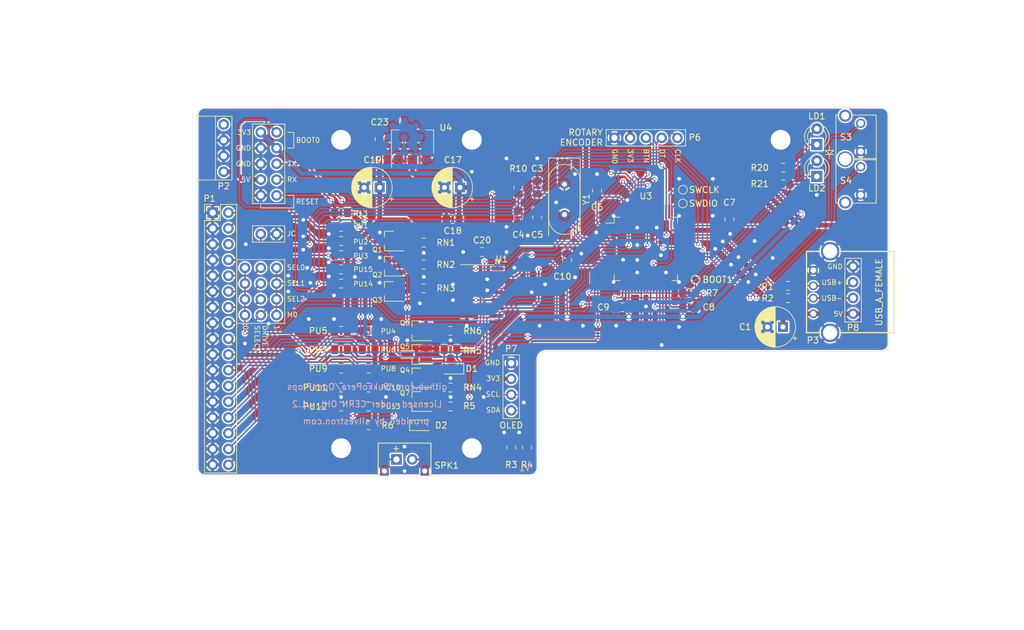
<source format=kicad_pcb>
(kicad_pcb (version 20211014) (generator pcbnew)
  (title_block (title "OpenFlops") (date "2020-01-01") (rev "1") (company "SukkoPera") (comment 1 "Licensed under CERN OHL v.1.2"))
  (layers (0 "F.Cu" signal) (31 "B.Cu" signal) (34 "B.Paste" user) (35 "F.Paste" user) (36 "B.SilkS" user "B.Silkscreen") (37 "F.SilkS" user "F.Silkscreen") (38 "B.Mask" user) (39 "F.Mask" user) (44 "Edge.Cuts" user))
  (net 0 "")
  (net 1 "GND")
  (net 2 "Net-(C3-Pad1)")
  (net 3 "/nrst")
  (net 4 "Net-(C5-Pad1)")
  (net 5 "+3V3")
  (net 6 "+5V")
  (net 7 "Net-(D1-Pad1)")
  (net 8 "Net-(D1-Pad2)")
  (net 9 "/disp_clk")
  (net 10 "/disp_dio")
  (net 11 "/~{selx}")
  (net 12 "/~{dskchg}")
  (net 13 "/~{inuse}")
  (net 14 "/~{index}")
  (net 15 "/~{sel0}")
  (net 16 "/~{sel1}")
  (net 17 "/~{mtron}")
  (net 18 "/dir")
  (net 19 "/~{sel3}")
  (net 23 "/~{wprot}")
  (net 24 "/~{rdata}")
  (net 25 "/~{side}")
  (net 26 "/~{rdy}")
  (net 27 "/rx")
  (net 28 "/tx")
  (net 29 "/boot0")
  (net 30 "/ja")
  (net 31 "/jb")
  (net 32 "/jc")
  (net 33 "Net-(Q1-Pad1)")
  (net 34 "Net-(Q2-Pad1)")
  (net 35 "Net-(Q3-Pad1)")
  (net 36 "Net-(Q4-Pad1)")
  (net 37 "Net-(Q6-Pad1)")
  (net 38 "/usb+")
  (net 39 "/usb-")
  (net 40 "Net-(RN1-Pad2)")
  (net 41 "Net-(RN2-Pad2)")
  (net 42 "Net-(RN3-Pad2)")
  (net 43 "Net-(RN4-Pad2)")
  (net 44 "Net-(RN6-Pad2)")
  (net 45 "/~{index_3v3}")
  (net 46 "/~{trk0_3v3}")
  (net 47 "/~{wprot_3v3}")
  (net 48 "/~{rdy_3v3}")
  (net 49 "/~{rdata_3v3}")
  (net 50 "/~{dskchg_3v3}")
  (net 51 "Net-(S3-Pad2)")
  (net 52 "Net-(S4-Pad2)")
  (net 53 "Net-(LD1-Pad2)")
  (net 54 "/~{sely}")
  (net 55 "Net-(LD2-Pad2)")
  (net 56 "/enc_dt")
  (net 57 "/enc_clk")
  (net 58 "Net-(Q7-Pad1)")
  (net 59 "/~{sel2}")
  (net 60 "/spk-")
  (net 61 "/spk+")
  (net 62 "/usb+r")
  (net 63 "/usb-r")
  (net 64 "/boot1")
  (net 72 "/spi_cs")
  (net 73 "/spi_clk")
  (net 74 "/spi_do")
  (net 75 "/spi_di")
  (net 77 "/swdio")
  (net 78 "/swclk")
  (footprint "Capacitor_SMD:C_0805_2012Metric_Pad1.15x1.40mm_HandSolder" (layer "F.Cu") (at 150.114 68.326 90)
    (fp_text reference "C3")
    (fp_text value "22p")
  )
  (footprint "Capacitor_SMD:C_0805_2012Metric_Pad1.15x1.40mm_HandSolder" (layer "F.Cu") (at 147.066 73.152 -90)
    (fp_text reference "C4")
    (fp_text value "100n")
  )
  (footprint "Capacitor_SMD:C_0805_2012Metric_Pad1.15x1.40mm_HandSolder" (layer "F.Cu") (at 150.114 73.152 -90)
    (fp_text reference "C5")
    (fp_text value "22p")
  )
  (footprint "Capacitor_SMD:C_0805_2012Metric_Pad1.15x1.40mm_HandSolder" (layer "F.Cu") (at 159.766 68.834 90)
    (fp_text reference "C6")
    (fp_text value "100n")
  )
  (footprint "Capacitor_SMD:C_0805_2012Metric_Pad1.15x1.40mm_HandSolder" (layer "F.Cu") (at 181.102 73.457 90)
    (fp_text reference "C7")
    (fp_text value "100n")
  )
  (footprint "Capacitor_SMD:C_0805_2012Metric_Pad1.15x1.40mm_HandSolder" (layer "F.Cu") (at 163.865 87.63 180)
    (fp_text reference "C9")
    (fp_text value "100n")
  )
  (footprint "Capacitor_SMD:C_0805_2012Metric_Pad1.15x1.40mm_HandSolder" (layer "F.Cu") (at 154.94 80.01 90)
    (fp_text reference "C10")
    (fp_text value "100n")
  )
  (footprint "Capacitor_THT:CP_Radial_D6.3mm_P2.50mm" (layer "F.Cu") (at 137.668 68.326 180)
    (fp_text reference "C17")
    (fp_text value "10u")
  )
  (footprint "Capacitor_SMD:C_0805_2012Metric_Pad1.15x1.40mm_HandSolder" (layer "F.Cu") (at 136.48562 73.406 180)
    (fp_text reference "C18")
    (fp_text value "100n")
  )
  (footprint "Capacitor_THT:CP_Radial_D6.3mm_P2.50mm" (layer "F.Cu") (at 124.714 68.326 180)
    (fp_text reference "C19")
    (fp_text value "10u")
  )
  (footprint "Capacitor_SMD:C_0805_2012Metric_Pad1.15x1.40mm_HandSolder" (layer "F.Cu") (at 141.224 78.74 180)
    (fp_text reference "C20")
    (fp_text value "100n")
  )
  (footprint "Capacitor_SMD:C_0805_2012Metric_Pad1.15x1.40mm_HandSolder" (layer "F.Cu") (at 124.714 60.561 90)
    (fp_text reference "C23")
    (fp_text value "100n")
  )
  (footprint "LED_THT:LED_D3.0mm" (layer "F.Cu") (at 195.199 61.402 90)
    (fp_text reference "LD1")
    (fp_text value "LED_GREEN")
  )
  (footprint "Connector_PinHeader_2.54mm:PinHeader_2x17_P2.54mm_Vertical" (layer "F.Cu") (at 97.79 72.39)
    (fp_text reference "P1")
    (fp_text value "FLOPPY_CONN")
  )
  (footprint "Resistor_SMD:R_0805_2012Metric_Pad1.15x1.40mm_HandSolder" (layer "F.Cu") (at 118.491 74.676 180)
    (fp_text reference "PU1")
    (fp_text value "1k")
  )
  (footprint "Resistor_SMD:R_0805_2012Metric_Pad1.15x1.40mm_HandSolder" (layer "F.Cu") (at 118.491 76.962 180)
    (fp_text reference "PU2")
    (fp_text value "1k")
  )
  (footprint "Resistor_SMD:R_0805_2012Metric_Pad1.15x1.40mm_HandSolder" (layer "F.Cu") (at 118.491 79.248 180)
    (fp_text reference "PU3")
    (fp_text value "1k")
  )
  (footprint "Resistor_SMD:R_0805_2012Metric_Pad1.15x1.40mm_HandSolder" (layer "F.Cu") (at 122.936 91.44 180)
    (fp_text reference "PU4")
    (fp_text value "1k")
  )
  (footprint "Resistor_SMD:R_0805_2012Metric_Pad1.15x1.40mm_HandSolder" (layer "F.Cu") (at 118.491 91.44 180)
    (fp_text reference "PU5")
    (fp_text value "1k")
  )
  (footprint "Resistor_SMD:R_0805_2012Metric_Pad1.15x1.40mm_HandSolder" (layer "F.Cu") (at 122.936 94.488 180)
    (fp_text reference "PU6")
    (fp_text value "1k")
  )
  (footprint "Resistor_SMD:R_0805_2012Metric_Pad1.15x1.40mm_HandSolder" (layer "F.Cu") (at 118.491 94.488 180)
    (fp_text reference "PU7")
    (fp_text value "1k")
  )
  (footprint "Resistor_SMD:R_0805_2012Metric_Pad1.15x1.40mm_HandSolder" (layer "F.Cu") (at 122.936 97.536 180)
    (fp_text reference "PU8")
    (fp_text value "1k")
  )
  (footprint "Resistor_SMD:R_0805_2012Metric_Pad1.15x1.40mm_HandSolder" (layer "F.Cu") (at 118.491 97.536 180)
    (fp_text reference "PU9")
    (fp_text value "1k")
  )
  (footprint "Resistor_SMD:R_0805_2012Metric_Pad1.15x1.40mm_HandSolder" (layer "F.Cu") (at 122.936 100.584 180)
    (fp_text reference "PU10")
    (fp_text value "1k")
  )
  (footprint "Resistor_SMD:R_0805_2012Metric_Pad1.15x1.40mm_HandSolder" (layer "F.Cu") (at 118.491 100.584 180)
    (fp_text reference "PU11")
    (fp_text value "1k")
  )
  (footprint "Resistor_SMD:R_0805_2012Metric_Pad1.15x1.40mm_HandSolder" (layer "F.Cu") (at 118.491 103.632 180)
    (fp_text reference "PU12")
    (fp_text value "1k")
  )
  (footprint "Resistor_SMD:R_0805_2012Metric_Pad1.15x1.40mm_HandSolder" (layer "F.Cu") (at 122.936 103.632 180)
    (fp_text reference "PU13")
    (fp_text value "1k")
  )
  (footprint "Resistor_SMD:R_0805_2012Metric_Pad1.15x1.40mm_HandSolder" (layer "F.Cu") (at 190.5635 84.183 180)
    (fp_text reference "R1")
    (fp_text value "22")
  )
  (footprint "Resistor_SMD:R_0805_2012Metric_Pad1.15x1.40mm_HandSolder" (layer "F.Cu") (at 190.5635 86.183 180)
    (fp_text reference "R2")
    (fp_text value "22")
  )
  (footprint "Resistor_SMD:R_0805_2012Metric_Pad1.15x1.40mm_HandSolder" (layer "F.Cu") (at 147.066 68.326 -90)
    (fp_text reference "R10")
    (fp_text value "4k7")
  )
  (footprint "Resistor_SMD:R_0805_2012Metric_Pad1.15x1.40mm_HandSolder" (layer "F.Cu") (at 189.8015 65.151 180)
    (fp_text reference "R20")
    (fp_text value "1k")
  )
  (footprint "Resistor_SMD:R_0805_2012Metric_Pad1.15x1.40mm_HandSolder" (layer "F.Cu") (at 131.826 77.216)
    (fp_text reference "RN1")
    (fp_text value "1K")
  )
  (footprint "Resistor_SMD:R_0805_2012Metric_Pad1.15x1.40mm_HandSolder" (layer "F.Cu") (at 131.826 80.772)
    (fp_text reference "RN2")
    (fp_text value "1K")
  )
  (footprint "Resistor_SMD:R_0805_2012Metric_Pad1.15x1.40mm_HandSolder" (layer "F.Cu") (at 131.826 84.582)
    (fp_text reference "RN3")
    (fp_text value "1K")
  )
  (footprint "Resistor_SMD:R_0805_2012Metric_Pad1.15x1.40mm_HandSolder" (layer "F.Cu") (at 136.144 100.584)
    (fp_text reference "RN4")
    (fp_text value "1K")
  )
  (footprint "Resistor_SMD:R_0805_2012Metric_Pad1.15x1.40mm_HandSolder" (layer "F.Cu") (at 136.144 94.488)
    (fp_text reference "RN5")
    (fp_text value "1K")
  )
  (footprint "Resistor_SMD:R_0805_2012Metric_Pad1.15x1.40mm_HandSolder" (layer "F.Cu") (at 136.144 91.44)
    (fp_text reference "RN6")
    (fp_text value "1K")
  )
  (footprint "Package_SO:SOIC-14_3.9x8.7mm_P1.27mm" (layer "F.Cu") (at 141.224 85.217)
    (fp_text reference "U1")
    (fp_text value "74HCT04")
  )
  (footprint "Package_TO_SOT_SMD:SOT-223-3_TabPin2" (layer "F.Cu") (at 130.00862 60.96 90)
    (fp_text reference "U4")
    (fp_text value "LM1117-3.3")
  )
  (footprint "Capacitor_THT:CP_Radial_D6.3mm_P2.50mm" (layer "F.Cu") (at 189.738 90.805 180)
    (fp_text reference "C1")
    (fp_text value "100u")
  )
  (footprint "Resistor_SMD:R_0805_2012Metric_Pad1.15x1.40mm_HandSolder" (layer "F.Cu") (at 118.491 72.39 180)
    (fp_text reference "R13")
    (fp_text value "4k7")
  )
  (footprint "OpenFlops:USB_A_FEMALE" (layer "F.Cu") (at 201.1375 85.183 90)
    (fp_text reference "P3")
    (fp_text value "USB_A_FEMALE")
  )
  (footprint "OpenFlops:PUSH_BUTTON_RIGHT_ANGLE" (layer "F.Cu") (at 202.271 60.254 90)
    (fp_text reference "S3")
    (fp_text value "BT_RIGHT" hide)
  )
  (footprint "OpenFlops:PUSH_BUTTON_RIGHT_ANGLE" (layer "F.Cu") (at 202.271 67.254 90)
    (fp_text reference "S4")
    (fp_text value "BT_LEFT" hide)
  )
  (footprint "OpenFlops:MountingHole_M3_Pad" (layer "F.Cu") (at 118.491 60.6425)
    (fp_text reference "H1" hide)
    (fp_text value "MountingHole_Pad")
  )
  (footprint "OpenFlops:MountingHole_M3_Pad" (layer "F.Cu") (at 139.573 60.6425)
    (fp_text reference "H2" hide)
    (fp_text value "MountingHole_Pad")
  )
  (footprint "OpenFlops:MountingHole_M3_Pad" (layer "F.Cu") (at 118.491 110.363)
    (fp_text reference "H3" hide)
    (fp_text value "MountingHole_Pad")
  )
  (footprint "OpenFlops:MountingHole_M3_Pad" (layer "F.Cu") (at 139.573 110.363)
    (fp_text reference "H4" hide)
    (fp_text value "MountingHole_Pad")
  )
  (footprint "OpenFlops:MountingHole_M3_Pad" (layer "F.Cu") (at 189.357 60.6425)
    (fp_text reference "H5" hide)
    (fp_text value "MountingHole_Pad")
  )
  (footprint "LED_THT:LED_D3.0mm" (layer "F.Cu") (at 195.199 66.548 90)
    (fp_text reference "LD2")
    (fp_text value "LED_RED")
  )
  (footprint "Resistor_SMD:R_0805_2012Metric_Pad1.15x1.40mm_HandSolder" (layer "F.Cu") (at 118.491 83.82 180)
    (fp_text reference "PU14")
    (fp_text value "1k")
  )
  (footprint "Resistor_SMD:R_0805_2012Metric_Pad1.15x1.40mm_HandSolder" (layer "F.Cu") (at 118.491 81.534)
    (fp_text reference "PU15")
    (fp_text value "1k")
  )
  (footprint "Resistor_SMD:R_0805_2012Metric_Pad1.15x1.40mm_HandSolder" (layer "F.Cu") (at 145.923 110.236 90)
    (fp_text reference "R3")
    (fp_text value "3.3K")
  )
  (footprint "Resistor_SMD:R_0805_2012Metric_Pad1.15x1.40mm_HandSolder" (layer "F.Cu") (at 148.463 110.245 90)
    (fp_text reference "R4")
    (fp_text value "3.3K")
  )
  (footprint "Resistor_SMD:R_0805_2012Metric_Pad1.15x1.40mm_HandSolder" (layer "F.Cu") (at 136.144 103.632)
    (fp_text reference "R5")
    (fp_text value "1K")
  )
  (footprint "Resistor_SMD:R_0805_2012Metric_Pad1.15x1.40mm_HandSolder" (layer "F.Cu") (at 122.936 106.68)
    (fp_text reference "R6")
    (fp_text value "22")
  )
  (footprint "Resistor_SMD:R_0805_2012Metric_Pad1.15x1.40mm_HandSolder" (layer "F.Cu") (at 189.8015 67.818 180)
    (fp_text reference "R21")
    (fp_text value "1k")
  )
  (footprint "OpenFlops:Buzzer" (layer "F.Cu") (at 125.476 114.046)
    (fp_text reference "SPK1")
    (fp_text value "Speaker")
  )
  (footprint "Package_TO_SOT_SMD:SOT-23_Handsoldering" (layer "F.Cu") (at 130.683 102.832 180)
    (fp_text reference "Q7")
    (fp_text value "MMBT3904")
  )
  (footprint "OpenFlops:PinHeader_1x05_P2.54mm_Vertical" (layer "F.Cu") (at 162.56 60.325 90)
    (fp_text reference "P6")
    (fp_text value "ENCODER_PORT")
  )
  (footprint "OpenFlops:PinHeader_1x04_P2.54mm_Vertical" (layer "F.Cu") (at 145.923 96.647)
    (fp_text reference "P7")
    (fp_text value "DISPLAY_PORT")
  )
  (footprint "Capacitor_SMD:C_0805_2012Metric_Pad1.15x1.40mm_HandSolder" (layer "F.Cu") (at 174.625 87.63)
    (fp_text reference "C8")
    (fp_text value "100n")
  )
  (footprint "Package_TO_SOT_SMD:SOT-23_Handsoldering" (layer "F.Cu") (at 126.238 76.962 180)
    (fp_text reference "Q1")
    (fp_text value "BSS138")
  )
  (footprint "Package_TO_SOT_SMD:SOT-23_Handsoldering" (layer "F.Cu") (at 126.238 81.026 180)
    (fp_text reference "Q2")
    (fp_text value "BSS138")
  )
  (footprint "Package_TO_SOT_SMD:SOT-23_Handsoldering" (layer "F.Cu") (at 126.238 85.09 180)
    (fp_text reference "Q3")
    (fp_text value "BSS138")
  )
  (footprint "Package_TO_SOT_SMD:SOT-23_Handsoldering" (layer "F.Cu") (at 130.683 99.034666 180)
    (fp_text reference "Q4")
    (fp_text value "BSS138")
  )
  (footprint "Package_TO_SOT_SMD:SOT-23_Handsoldering" (layer "F.Cu") (at 130.683 95.237333 180)
    (fp_text reference "Q5")
    (fp_text value "BSS138")
  )
  (footprint "Package_TO_SOT_SMD:SOT-23_Handsoldering" (layer "F.Cu") (at 130.683 91.44 180)
    (fp_text reference "Q6")
    (fp_text value "BSS138")
  )
  (footprint "Diode_SMD:D_SOD-323_HandSoldering" (layer "F.Cu") (at 136.369 97.536 180)
    (fp_text reference "D1")
    (fp_text value "1N4148")
  )
  (footprint "Diode_SMD:D_SOD-323_HandSoldering" (layer "F.Cu") (at 131.433 106.68)
    (fp_text reference "D2")
    (fp_text value "1N4148")
  )
  (footprint "OpenFlops:PinHeader_1x04_P2.54mm_Vertical" (layer "F.Cu") (at 201.041 88.683 180)
    (fp_text reference "P8")
    (fp_text value "USB_HEADER")
  )
  (footprint "OpenFlops:PinHeader_1x03_P2.54mm_Mute" (layer "F.Cu") (at 102.997 81.28 90)
    (fp_text reference "PA5" hide)
    (fp_text value "Conn_01x03")
  )
  (footprint "OpenFlops:PinHeader_1x03_P2.54mm_Mute" (layer "F.Cu") (at 102.997 83.82 90)
    (fp_text reference "PB5" hide)
    (fp_text value "Conn_01x03")
  )
  (footprint "OpenFlops:PinHeader_1x03_P2.54mm_Mute" (layer "F.Cu") (at 102.997 86.36 90)
    (fp_text reference "PC5" hide)
    (fp_text value "Conn_01x03")
  )
  (footprint "OpenFlops:PinHeader_1x03_P2.54mm_Mute" (layer "F.Cu") (at 102.997 88.9 90)
    (fp_text reference "PD5" hide)
    (fp_text value "Conn_01x03")
  )
  (footprint "OpenFlops:PinHeader_1x04_P2.54mm_Vertical" (layer "F.Cu") (at 99.568 65.786 180)
    (fp_text reference "P2")
    (fp_text value "POWER_INPUT")
  )
  (footprint "OpenFlops:PinHeader_2x05_P2.54mm_Vertical" (layer "F.Cu") (at 108.087 69.596 180)
    (fp_text reference "P4" hide)
    (fp_text value "PROG_PORT")
  )
  (footprint "OpenFlops:PinHeader_1x02_P2.54mm_Vertical" (layer "F.Cu") (at 105.537 75.819 90)
    (fp_text reference "P5" hide)
    (fp_text value "JUMPER_JC")
  )
  (footprint "OpenFlops:PinHeader_1x02_P2.54mm_Mute" (layer "F.Cu") (at 127.426 112.171 90)
    (fp_text reference "P9" hide)
    (fp_text value "EXTERNAL_SPEAKER" hide)
  )
  (footprint "OpenFlops:LQFP-64_Handsoldering" (layer "F.Cu") (at 167.64 78.232)
    (fp_text reference "U3")
    (fp_text value "STM32F105RBT6")
  )
  (footprint "Resistor_SMD:R_0805_2012Metric_Pad1.15x1.40mm_HandSolder" (layer "F.Cu") (at 174.625 85.344)
    (fp_text reference "R7")
    (fp_text value "4k7")
  )
  (footprint "TestPoint:TestPoint_Pad_D1.0mm" (layer "F.Cu") (at 175.641 83.185)
    (fp_text reference "TP1" hide)
    (fp_text value "BOOT1")
  )
  (footprint "Fiducial:Fiducial_0.75mm_Mask1.5mm" (layer "F.Cu") (at 103.886 113.03)
    (fp_text reference "FID1" hide)
    (fp_text value "Fiducial")
  )
  (footprint "Fiducial:Fiducial_0.75mm_Mask1.5mm" (layer "F.Cu") (at 203.708 60.198)
    (fp_text reference "FID2" hide)
    (fp_text value "Fiducial")
  )
  (footprint "Fiducial:Fiducial_0.75mm_Mask1.5mm" (layer "F.Cu") (at 203.708 90.424)
    (fp_text reference "FID3" hide)
    (fp_text value "Fiducial")
  )
  (footprint "TestPoint:TestPoint_Pad_D1.0mm" (layer "F.Cu") (at 173.6 70.9)
    (fp_text reference "TP2" hide)
    (fp_text value "SWDIO")
  )
  (footprint "OpenFlops:Crystal_HC49-DualType" (layer "F.Cu") (at 154.5 70.25 -90)
    (fp_text reference "Y1")
    (fp_text value "8 MHz")
  )
  (footprint "TestPoint:TestPoint_Pad_D1.0mm" (layer "F.Cu") (at 173.6 68.7)
    (fp_text reference "TP3" hide)
    (fp_text value "SWCLK")
  )
  (footprint "Symbol:OSHW-Logo2_9.8x8mm_Copper" (layer "B.Cu") (at 128.651 60.833 180)
    (fp_text reference "J99" hide)
    (fp_text value "OSHW_LOGO" hide)
  )
  (gr_line (start 197.231 62.992) (end 196.596 62.357) (layer "F.SilkS") (width 0.12))
  (gr_line (start 110.871 71.628) (end 110.871 69.596) (layer "F.SilkS") (width 0.12))
  (gr_line (start 197.231 62.992) (end 197.231 63.754) (layer "F.SilkS") (width 0.12))
  (gr_line (start 105.537 71.12) (end 105.537 71.628) (layer "F.SilkS") (width 0.12))
  (gr_line (start 197.866 62.357) (end 197.231 62.992) (layer "F.SilkS") (width 0.12))
  (gr_line (start 110.871 69.596) (end 109.855 69.596) (layer "F.SilkS") (width 0.12))
  (gr_line (start 197.231 62.357) (end 197.231 61.595) (layer "F.SilkS") (width 0.12))
  (gr_line (start 98.238 56.836) (end 95.25 56.836) (layer "F.SilkS") (width 0.12))
  (gr_line (start 110.871 59.436) (end 110.871 61.976) (layer "F.SilkS") (width 0.12))
  (gr_line (start 101.667 90.23) (end 101.667 79.9465) (layer "F.SilkS") (width 0.12))
  (gr_line (start 109.407 79.95) (end 109.407 90.23) (layer "F.SilkS") (width 0.12))
  (gr_line (start 110.871 61.976) (end 109.855 61.976) (layer "F.SilkS") (width 0.12))
  (gr_line (start 105.537 71.628) (end 110.871 71.628) (layer "F.SilkS") (width 0.12))
  (gr_line (start 109.855 59.436) (end 110.871 59.436) (layer "F.SilkS") (width 0.12))
  (gr_line (start 196.596 62.357) (end 197.866 62.357) (layer "F.SilkS") (width 0.12))
  (gr_line (start 196.596 62.992) (end 197.866 62.992) (layer "F.SilkS") (width 0.12))
  (gr_line (start 101.6635 79.95) (end 109.407 79.95) (layer "F.SilkS") (width 0.12))
  (gr_line (start 98.238 67.116) (end 95.25 67.116) (layer "F.SilkS") (width 0.12))
  (gr_line (start 109.407 90.23) (end 101.667 90.23) (layer "F.SilkS") (width 0.12))
  (gr_line (start 151.511 94.742) (end 205.58 94.75) (layer "Edge.Cuts") (width 0.05))
  (gr_arc (start 96.52 114.808) (mid 95.621974 114.436026) (end 95.25 113.538) (layer "Edge.Cuts") (width 0.05))
  (gr_line (start 150.241 113.538) (end 150.241 96.012) (layer "Edge.Cuts") (width 0.05))
  (gr_line (start 96.52 114.808) (end 148.971 114.808) (layer "Edge.Cuts") (width 0.05))
  (gr_arc (start 150.241 96.012) (mid 150.612974 95.113974) (end 151.511 94.742) (layer "Edge.Cuts") (width 0.05))
  (gr_arc (start 206.85 93.48) (mid 206.478026 94.378026) (end 205.58 94.75) (layer "Edge.Cuts") (width 0.05))
  (gr_line (start 95.25 56.642) (end 95.25 113.538) (layer "Edge.Cuts") (width 0.05))
  (gr_line (start 96.52 55.372) (end 205.58 55.38) (layer "Edge.Cuts") (width 0.05))
  (gr_arc (start 150.241 113.538) (mid 149.869026 114.436026) (end 148.971 114.808) (layer "Edge.Cuts") (width 0.05))
  (gr_arc (start 95.25 56.642) (mid 95.621974 55.743974) (end 96.52 55.372) (layer "Edge.Cuts") (width 0.05))
  (gr_line (start 206.85 56.65) (end 206.85 93.48) (layer "Edge.Cuts") (width 0.05))
  (gr_arc (start 205.58 55.38) (mid 206.478026 55.751974) (end 206.85 56.65) (layer "Edge.Cuts") (width 0.05))
  (gr_text "provided by silvestron.com" (at 122.5 106) (layer "B.SilkS") (effects (font (size 1 1)) (justify mirror)))
  (gr_text "github.com/SukkoPera/OpenFlops" (at 122.682 100.457) (layer "B.SilkS") (effects (font (size 1 1)) (justify mirror)))
  (gr_text "Licensed under CERN OHL v.1.2" (at 122.682 103.251) (layer "B.SilkS") (effects (font (size 1 1)) (justify mirror)))
  (gr_text "V1" (at 148.082 113.538) (layer "B.SilkS") (effects (font (size 1 1)) (justify mirror)))
  (gr_text "3V3" (at 102.87 59.436) (layer "F.SilkS") (effects (font (size 0.8 0.8) (thickness 0.12))))
  (gr_text "GND" (at 102.755714 61.976) (layer "F.SilkS") (effects (font (size 0.8 0.8) (thickness 0.12))))
  (gr_text "GND" (at 102.755714 64.516) (layer "F.SilkS") (effects (font (size 0.8 0.8) (thickness 0.12))))
  (gr_text "5V" (at 103.123952 67.056) (layer "F.SilkS") (effects (font (size 0.8 0.8) (thickness 0.12))))
  (gr_text "0" (at 103.051 90.932 270) (layer "F.SilkS") (effects (font (size 0.8 0.8) (thickness 0.12))))
  (gr_text "1" (at 108.131 90.932 270) (layer "F.SilkS") (effects (font (size 0.8 0.8) (thickness 0.12))))
  (gr_text "JC" (at 110.49 75.765) (layer "F.SilkS") (effects (font (size 0.8 0.8) (thickness 0.12))))
  (gr_text "M0" (at 110.617 88.846) (layer "F.SilkS") (effects (font (size 0.8 0.8) (thickness 0.12))))
  (gr_text "CLK" (at 172.774 63.246 270) (layer "F.SilkS") (effects (font (size 0.8 0.8) (thickness 0.12))))
  (gr_text "DT" (at 170.234 62.826953 270) (layer "F.SilkS") (effects (font (size 0.8 0.8) (thickness 0.12))))
  (gr_text "BTN" (at 167.694 63.246 270) (layer "F.SilkS") (effects (font (size 0.8 0.8) (thickness 0.12))))
  (gr_text "3V3" (at 165.154 63.226953 270) (layer "F.SilkS") (effects (font (size 0.8 0.8) (thickness 0.12))))
  (gr_text "GND" (at 162.614 63.341238 270) (layer "F.SilkS") (effects (font (size 0.8 0.8) (thickness 0.12))))
  (gr_text "GND" (at 142.906762 96.593) (layer "F.SilkS") (effects (font (size 0.8 0.8) (thickness 0.12))))
  (gr_text "3V3" (at 143.021048 99.133) (layer "F.SilkS") (effects (font (size 0.8 0.8) (thickness 0.12))))
  (gr_text "SCL" (at 142.944857 101.673) (layer "F.SilkS") (effects (font (size 0.8 0.8) (thickness 0.12))))
  (gr_text "SDA" (at 143.002 104.213) (layer "F.SilkS") (effects (font (size 0.8 0.8) (thickness 0.12))))
  (gr_text "OLED" (at 145.923 106.68) (layer "F.SilkS") (effects (font (size 1 1))))
  (gr_text "5V" (at 198.628 88.719) (layer "F.SilkS") (effects (font (size 0.8 0.8) (thickness 0.12))))
  (gr_text "USB-" (at 197.656572 86.179) (layer "F.SilkS") (effects (font (size 0.8 0.8) (thickness 0.12))))
  (gr_text "USB+" (at 197.656572 83.639) (layer "F.SilkS") (effects (font (size 0.8 0.8) (thickness 0.12))))
  (gr_text "GND" (at 198.132762 81.099) (layer "F.SilkS") (effects (font (size 0.8 0.8) (thickness 0.12))))
  (gr_text "+" (at 127.381 110.363) (layer "F.SilkS") (effects (font (size 1 1))))
  (gr_text "SEL2" (at 111.226524 86.306) (layer "F.SilkS") (effects (font (size 0.8 0.8) (thickness 0.12))))
  (gr_text "SEL1" (at 111.226524 83.766) (layer "F.SilkS") (effects (font (size 0.8 0.8) (thickness 0.12))))
  (gr_text "SEL0" (at 111.226524 81.226) (layer "F.SilkS") (effects (font (size 0.8 0.8) (thickness 0.12))))
  (gr_text "DRIVE\nSELECT" (at 105.591 90.491048 270) (layer "F.SilkS") (effects (font (size 0.8 0.8) (thickness 0.12)) (justify left)))
  (gr_text "RESET" (at 113.03 70.612) (layer "F.SilkS") (effects (font (size 0.8 0.8) (thickness 0.12))))
  (gr_text "BOOT0" (at 113.157 60.706) (layer "F.SilkS") (effects (font (size 0.8 0.8) (thickness 0.12))))
  (gr_text "TX" (at 110.585428 64.516) (layer "F.SilkS") (effects (font (size 0.8 0.8) (thickness 0.12))))
  (gr_text "BOOT1" (at 179.197 83.185) (layer "F.SilkS") (effects (font (size 1 1))))
  (gr_text "SWCLK" (at 174.5 68.7) (layer "F.SilkS") (effects (font (size 1 1)) (justify left)))
  (gr_text "RX" (at 110.585428 67.056) (layer "F.SilkS") (effects (font (size 0.8 0.8) (thickness 0.12))))
  (gr_text "ROTARY\nENCODER" (at 160.782 60.2575) (layer "F.SilkS") (effects (font (size 1 1)) (justify right)))
  (gr_text "SWDIO" (at 174.5 70.9) (layer "F.SilkS") (effects (font (size 1 1)) (justify left)))
  (segment (start 172.31415 74.906511) (end 172.2 74.792361) (width 0.2) (layer "F.Cu") (net 1))
  (segment (start 173.64 74.982) (end 172.38964 74.982) (width 0.2) (layer "F.Cu") (net 1))
  (segment (start 172.38964 74.982) (end 172.31415 74.906511) (width 0.2) (layer "F.Cu") (net 1))
  (via (at 125.73 102.108) (size 0.8) (drill 0.6) (layers "F.Cu" "B.Cu") (net 1))
  (via (at 118.491 102.108) (size 0.8) (drill 0.6) (layers "F.Cu" "B.Cu") (net 1))
  (via (at 136.144 102.108) (size 0.8) (drill 0.6) (layers "F.Cu" "B.Cu") (net 1))
  (via (at 136.144 99.06) (size 0.8) (drill 0.6) (layers "F.Cu" "B.Cu") (net 1))
  (via (at 141.478 102.108) (size 0.8) (drill 0.6) (layers "F.Cu" "B.Cu") (net 1))
  (via (at 145.161 74.676) (size 0.8) (drill 0.6) (layers "F.Cu" "B.Cu") (net 1))
  (via (at 139.573 65.786) (size 0.8) (drill 0.6) (layers "F.Cu" "B.Cu") (net 1))
  (via (at 145.161 63.627) (size 0.8) (drill 0.6) (layers "F.Cu" "B.Cu") (net 1))
  (via (at 150.114 63.627) (size 0.8) (drill 0.6) (layers "F.Cu" "B.Cu") (net 1))
  (via (at 159.766 66.167) (size 0.8) (drill 0.6) (layers "F.Cu" "B.Cu") (net 1))
  (via (at 164.6555 70.358) (size 0.7) (drill 0.6) (layers "F.Cu" "B.Cu") (net 1))
  (via (at 153.162 70.739) (size 0.8) (drill 0.6) (layers "F.Cu" "B.Cu") (net 1))
  (via (at 148.589999 76.073) (size 0.8) (drill 0.6) (layers "F.Cu" "B.Cu") (net 1))
  (via (at 157.226 78.985) (size 0.8) (drill 0.6) (layers "F.Cu" "B.Cu") (net 1))
  (via (at 156.21 82.804) (size 0.8) (drill 0.6) (layers "F.Cu" "B.Cu") (net 1))
  (via (at 157.48 90.6145) (size 0.8) (drill 0.6) (layers "F.Cu" "B.Cu") (net 1))
  (via (at 162.84 90.6145) (size 0.8) (drill 0.6) (layers "F.Cu" "B.Cu") (net 1))
  (via (at 178.816 78.232) (size 0.8) (drill 0.6) (layers "F.Cu" "B.Cu") (net 1))
  (via (at 185.166 76.962) (size 0.8) (drill 0.6) (layers "F.Cu" "B.Cu") (net 1))
  (via (at 178.435 72.898) (size 0.8) (drill 0.6) (layers "F.Cu" "B.Cu") (net 1))
  (via (at 188.087 79.6925) (size 0.8) (drill 0.6) (layers "F.Cu" "B.Cu") (net 1))
  (via (at 195.199 69.529) (size 0.8) (drill 0.6) (layers "F.Cu" "B.Cu") (net 1))
  (via (at 178.435 66.929) (size 0.8) (drill 0.6) (layers "F.Cu" "B.Cu") (net 1))
  (via (at 172.974 66.929) (size 0.8) (drill 0.6) (layers "F.Cu" "B.Cu") (net 1))
  (via (at 117.348 89.535) (size 0.8) (drill 0.6) (layers "F.Cu" "B.Cu") (net 1))
  (via (at 113.284 89.535) (size 0.8) (drill 0.6) (layers "F.Cu" "B.Cu") (net 1))
  (via (at 136.144 92.964) (size 0.8) (drill 0.6) (layers "F.Cu" "B.Cu") (net 1))
  (via (at 129.159 92.964) (size 0.8) (drill 0.6) (layers "F.Cu" "B.Cu") (net 1))
  (via (at 131.191 86.995) (size 0.8) (drill 0.6) (layers "F.Cu" "B.Cu") (net 1))
  (via (at 117.348 85.725) (size 0.8) (drill 0.6) (layers "F.Cu" "B.Cu") (net 1))
  (via (at 124.714 83.693) (size 0.8) (drill 0.6) (layers "F.Cu" "B.Cu") (net 1))
  (via (at 131.826 82.733806) (size 0.8) (drill 0.6) (layers "F.Cu" "B.Cu") (net 1))
  (via (at 124.738 75.565) (size 0.8) (drill 0.6) (layers "F.Cu" "B.Cu") (net 1))
  (via (at 116.5225 75.819) (size 0.8) (drill 0.6) (layers "F.Cu" "B.Cu") (net 1))
  (via (at 116.5225 78.105) (size 0.8) (drill 0.6) (layers "F.Cu" "B.Cu") (net 1))
  (via (at 112.395 73.533) (size 0.8) (drill 0.6) (layers "F.Cu" "B.Cu") (net 1))
  (via (at 112.395 76.2) (size 0.8) (drill 0.6) (layers "F.Cu" "B.Cu") (net 1))
  (via (at 112.395 78.359) (size 0.8) (drill 0.6) (layers "F.Cu" "B.Cu") (net 1))
  (via (at 113.03 81.28) (size 0.8) (drill 0.6) (layers "F.Cu" "B.Cu") (net 1))
  (via (at 163.957 79.982) (size 0.8) (drill 0.6) (layers "F.Cu" "B.Cu") (net 1))
  (via (at 166.243 82.042) (size 0.8) (drill 0.6) (layers "F.Cu" "B.Cu") (net 1))
  (via (at 170.89 82.042) (size 0.8) (drill 0.6) (layers "F.Cu" "B.Cu") (net 1))
  (via (at 166.243 74.803) (size 0.8) (drill 0.6) (layers "F.Cu" "B.Cu") (net 1))
  (via (at 169.39 74.803) (size 0.8) (drill 0.6) (layers "F.Cu" "B.Cu") (net 1))
  (via (at 162.433 72.898) (size 0.8) (drill 0.6) (layers "F.Cu" "B.Cu") (net 1))
  (via (at 172.974 72.898) (size 0.8) (drill 0.6) (layers "F.Cu" "B.Cu") (net 1))
  (via (at 136.525 86.487) (size 0.8) (drill 0.6) (layers "F.Cu" "B.Cu") (net 1))
  (via (at 136.525 83.947) (size 0.8) (drill 0.6) (layers "F.Cu" "B.Cu") (net 1))
  (via (at 138.176 78.74) (size 0.8) (drill 0.6) (layers "F.Cu" "B.Cu") (net 1))
  (via (at 131.826 78.867) (size 0.8) (drill 0.6) (layers "F.Cu" "B.Cu") (net 1))
  (via (at 145.161 78.74) (size 0.8) (drill 0.6) (layers "F.Cu" "B.Cu") (net 1))
  (via (at 146.431 81.28) (size 0.8) (drill 0.6) (layers "F.Cu" "B.Cu") (net 1))
  (via (at 142.0495 83.1215) (size 0.8) (drill 0.6) (layers "F.Cu" "B.Cu") (net 1))
  (via (at 142.0495 84.8995) (size 0.8) (drill 0.6) (layers "F.Cu" "B.Cu") (net 1))
  (via (at 138.7475 90.6145) (size 0.8) (drill 0.6) (layers "F.Cu" "B.Cu") (net 1))
  (via (at 150.495 90.6145) (size 0.8) (drill 0.6) (layers "F.Cu" "B.Cu") (net 1))
  (via (at 151.384 83.947) (size 0.8) (drill 0.6) (layers "F.Cu" "B.Cu") (net 1))
  (via (at 102.997 93.472) (size 0.8) (drill 0.6) (layers "F.Cu" "B.Cu") (net 1))
  (via (at 103.124 77.47) (size 0.8) (drill 0.6) (layers "F.Cu" "B.Cu") (net 1))
  (via (at 121.666 78.105) (size 0.8) (drill 0.6) (layers "F.Cu" "B.Cu") (net 1))
  (via (at 128.725999 114.046) (size 0.8) (drill 0.6) (layers "F.Cu" "B.Cu") (net 1))
  (via (at 128.725999 110.109) (size 0.8) (drill 0.6) (layers "F.Cu" "B.Cu") (net 1))
  (via (at 149.225 85.217) (size 0.8) (drill 0.6) (layers "F.Cu" "B.Cu") (net 1))
  (via (at 116.5225 80.391) (size 0.7) (drill 0.6) (layers "F.Cu" "B.Cu") (net 1))
  (via (at 113.538 83.693) (size 0.8) (drill 0.6) (layers "F.Cu" "B.Cu") (net 1))
  (via (at 109.982 85.09) (size 0.8) (drill 0.6) (layers "F.Cu" "B.Cu") (net 1))
  (via (at 109.982 82.55) (size 0.8) (drill 0.6) (layers "F.Cu" "B.Cu") (net 1))
  (via (at 106.807 90.297) (size 0.8) (drill 0.6) (layers "F.Cu" "B.Cu") (net 1))
  (via (at 116.5225 82.677) (size 0.7) (drill 0.6) (layers "F.Cu" "B.Cu") (net 1))
  (via (at 159.639 75.565) (size 0.8) (drill 0.6) (layers "F.Cu" "B.Cu") (net 1))
  (via (at 172.974 83.566) (size 0.8) (drill 0.6) (layers "F.Cu" "B.Cu") (net 1))
  (via (at 162.433 83.566) (size 0.8) (drill 0.6) (layers "F.Cu" "B.Cu") (net 1))
  (via (at 170.053 79.248) (size 0.8) (drill 0.6) (layers "F.Cu" "B.Cu") (net 1))
  (via (at 166.243 80.01) (size 0.8) (drill 0.6) (layers "F.Cu" "B.Cu") (net 1))
  (via (at 147.193 107.823) (size 0.8) (drill 0.6) (layers "F.Cu" "B.Cu") (net 1))
  (via (at 147.955 102.997) (size 0.8) (drill 0.6) (layers "F.Cu" "B.Cu") (net 1))
  (via (at 144.78 107.823) (size 0.8) (drill 0.6) (layers "F.Cu" "B.Cu") (net 1))
  (via (at 170.18 93.726) (size 0.8) (drill 0.6) (layers "F.Cu" "B.Cu") (net 1))
  (via (at 180.0225 77.0255) (size 0.8) (drill 0.6) (layers "F.Cu" "B.Cu") (net 1))
  (via (at 182.5625 79.5655) (size 0.8) (drill 0.6) (layers "F.Cu" "B.Cu") (net 1))
  (via (at 185.3565 82.3595) (size 0.8) (drill 0.6) (layers "F.Cu" "B.Cu") (net 1))
  (via (at 181.229 75.819) (size 0.8) (drill 0.6) (layers "F.Cu" "B.Cu") (net 1))
  (via (at 167.64 87.503) (size 0.7) (drill 0.6) (layers "F.Cu" "B.Cu") (net 1))
  (via (at 124.738 79.629) (size 0.8) (drill 0.6) (layers "F.Cu" "B.Cu") (net 1))
  (via (at 172.974 90.805) (size 0.8) (drill 0.6) (layers "F.Cu" "B.Cu") (net 1))
  (via (at 181.356 80.772) (size 0.8) (drill 0.6) (layers "F.Cu" "B.Cu") (net 1))
  (via (at 156.20099 66.167) (size 0.8) (drill 0.6) (layers "F.Cu" "B.Cu") (net 1))
  (via (at 166.243 77.597) (size 0.8) (drill 0.6) (layers "F.Cu" "B.Cu") (net 1))
  (via (at 124.968 89.535) (size 0.8) (drill 0.6) (layers "F.Cu" "B.Cu") (net 1))
  (via (at 120.7135 82.7405) (size 0.8) (drill 0.6) (layers "F.Cu" "B.Cu") (net 1))
  (via (at 184.15 83.566) (size 0.8) (drill 0.6) (layers "F.Cu" "B.Cu") (net 1))
  (segment (start 154.5 69.302) (end 154.549 69.351) (width 0.2) (layer "F.Cu") (net 2))
  (segment (start 155.633 69.351) (end 156.591 70.309) (width 0.2) (layer "F.Cu") (net 2))
  (segment (start 156.591 75.692) (end 157.381 76.482) (width 0.2) (layer "F.Cu") (net 2))
  (segment (start 154.5 67.81) (end 154.5 69.302) (width 0.2) (layer "F.Cu") (net 2))
  (segment (start 154.549 69.351) (end 155.633 69.351) (width 0.2) (layer "F.Cu") (net 2))
  (segment (start 157.381 76.482) (end 161.64 76.482) (width 0.2) (layer "F.Cu") (net 2))
  (segment (start 156.591 70.309) (end 156.591 75.692) (width 0.2) (layer "F.Cu") (net 2))
  (segment (start 154.549 69.351) (end 150.114 69.351) (width 0.2) (layer "F.Cu") (net 2))
  (segment (start 142.875 69.351) (end 147.066 69.351) (width 0.25) (layer "F.Cu") (net 3))
  (segment (start 146.443 77.482) (end 142.875 73.914) (width 0.2) (layer "F.Cu") (net 3))
  (segment (start 161.965 77.482) (end 146.443 77.482) (width 0.2) (layer "F.Cu") (net 3))
  (segment (start 147.066 69.351) (end 147.066 72.127) (width 0.25) (layer "F.Cu") (net 3))
  (segment (start 142.875 73.914) (end 142.875 69.342) (width 0.2) (layer "F.Cu") (net 3))
  (via (at 142.875 69.351) (size 0.6) (drill 0.4) (layers "F.Cu" "B.Cu") (net 3))
  (segment (start 120.015 70.231) (end 119.38 69.596) (width 0.25) (layer "B.Cu") (net 3))
  (segment (start 119.38 69.596) (end 111.76 69.596) (width 0.25) (layer "B.Cu") (net 3))
  (segment (start 111.76 69.596) (end 108.087 69.596) (width 0.25) (layer "B.Cu") (net 3))
  (segment (start 141.995 70.231) (end 120.015 70.231) (width 0.25) (layer "B.Cu") (net 3))
  (segment (start 142.875 69.351) (end 141.995 70.231) (width 0.25) (layer "B.Cu") (net 3))
  (segment (start 153.09 72.69) (end 154.5 72.69) (width 0.2) (layer "F.Cu") (net 4))
  (segment (start 157.245282 76.982) (end 161.64 76.982) (width 0.2) (layer "F.Cu") (net 4))
  (segment (start 156.14148 75.878198) (end 157.245282 76.982) (width 0.2) (layer "F.Cu") (net 4))
  (segment (start 153.39 72.69) (end 153.29 72.69) (width 0.2) (layer "F.Cu") (net 4))
  (segment (start 154.5 74.5) (end 155.7 74.5) (width 0.2) (layer "F.Cu") (net 4))
  (segment (start 155.7 74.5) (end 156.14148 74.94148) (width 0.2) (layer "F.Cu") (net 4))
  (segment (start 156.14148 74.94148) (end 156.14148 75.878198) (width 0.2) (layer "F.Cu") (net 4))
  (segment (start 150.114 72.127) (end 152.527 72.127) (width 0.2) (layer "F.Cu") (net 4))
  (segment (start 152.527 72.127) (end 153.09 72.69) (width 0.2) (layer "F.Cu") (net 4))
  (segment (start 154.5 72.69) (end 153.39 72.69) (width 0.2) (layer "F.Cu") (net 4))
  (segment (start 188.7765 67.818) (end 188.7765 68.7615) (width 0.25) (layer "F.Cu") (net 5))
  (segment (start 136.906 66.548) (end 137.668 67.31) (width 0.75) (layer "F.Cu") (net 5))
  (segment (start 143.383 99.187) (end 143.383 108.839) (width 0.75) (layer "F.Cu") (net 5))
  (segment (start 130.00862 64.11) (end 130.00862 64.685002) (width 0.75) (layer "F.Cu") (net 5))
  (segment (start 173.6 87.122) (end 173.6 89.145) (width 0.2) (layer "F.Cu") (net 5))
  (segment (start 137.51062 73.406) (end 137.51062 68.22938) (width 0.75) (layer "F.Cu") (net 5))
  (segment (start 141.478 68.326) (end 142.503 67.301) (width 0.75) (layer "F.Cu") (net 5))
  (segment (start 174.371 58.039) (end 190.8175 74.4855) (width 0.75) (layer "F.Cu") (net 5))
  (segment (start 190.0555 74.4855) (end 190.8175 74.4855) (width 0.2) (layer "F.Cu") (net 5))
  (segment (start 157.988 69.4055) (end 158.4415 69.859) (width 0.75) (layer "F.Cu") (net 5))
  (segment (start 164.89 89.154) (end 164.89 87.249) (width 0.2) (layer "F.Cu") (net 5))
  (segment (start 159.177 81.035) (end 159.73 80.482) (width 0.2) (layer "F.Cu") (net 5))
  (segment (start 130.00862 64.11) (end 130.00862 65.86) (width 0.75) (layer "F.Cu") (net 5))
  (segment (start 149.561 58.039) (end 157.226 58.039) (width 0.75) (layer "F.Cu") (net 5))
  (segment (start 147.828 89.154) (end 143.383 93.599) (width 0.75) (layer "F.Cu") (net 5))
  (segment (start 159.73 80.482) (end 161.965 80.482) (width 0.2) (layer "F.Cu") (net 5))
  (segment (start 144.281 111.261) (end 145.923 111.261) (width 0.75) (layer "F.Cu") (net 5))
  (segment (start 154.94 81.035) (end 159.177 81.035) (width 0.2) (layer "F.Cu") (net 5))
  (segment (start 154.94 81.035) (end 154.94 89.154) (width 0.2) (layer "F.Cu") (net 5))
  (segment (start 145.923 111.261) (end 148.333593 111.261) (width 0.25) (layer "F.Cu") (net 5))
  (segment (start 137.668 67.31) (end 137.668 68.072) (width 0.75) (layer "F.Cu") (net 5))
  (segment (start 157.861 58.039) (end 158.623 58.039) (width 0.75) (layer "F.Cu") (net 5))
  (segment (start 188.7765 67.818) (end 188.7765 67.018) (width 0.25) (layer "F.Cu") (net 5))
  (segment (start 158.4415 69.859) (end 159.512 69.859) (width 0.75) (layer "F.Cu") (net 5))
  (segment (start 165.1 58.039) (end 174.371 58.039) (width 0.75) (layer "F.Cu") (net 5))
  (segment (start 190.052 74.482) (end 190.0555 74.4855) (width 0.2) (layer "F.Cu") (net 5))
  (segment (start 171.39 87.189) (end 171.831 87.63) (width 0.2) (layer "F.Cu") (net 5))
  (segment (start 164.89 83.907) (end 164.89 87.249) (width 0.2) (layer "F.Cu") (net 5))
  (segment (start 188.7765 68.7615) (end 192.659 72.644) (width 0.25) (layer "F.Cu") (net 5))
  (segment (start 159.766 74.041) (end 160.207 74.482) (width 0.2) (layer "F.Cu") (net 5))
  (segment (start 158.623 58.039) (end 165.1 58.039) (width 0.75) (layer "F.Cu") (net 5))
  (segment (start 147.066 60.534) (end 148.926 58.674) (width 0.75) (layer "F.Cu") (net 5))
  (segment (start 181.102 74.482) (end 190.052 74.482) (width 0.2) (layer "F.Cu") (net 5))
  (segment (start 171.39 83.907) (end 171.39 87.189) (width 0.2) (layer "F.Cu") (net 5))
  (segment (start 160.207 74.482) (end 161.64 74.482) (width 0.2) (layer "F.Cu") (net 5))
  (segment (start 157.988 58.048) (end 157.988 69.4055) (width 0.75) (layer "F.Cu") (net 5))
  (segment (start 137.668 68.326) (end 141.478 68.326) (width 0.75) (layer "F.Cu") (net 5))
  (segment (start 143.383 93.599) (end 143.383 98.425) (width 0.75) (layer "F.Cu") (net 5))
  (segment (start 143.383 109.601) (end 143.383 110.363) (width 0.75) (layer "F.Cu") (net 5))
  (segment (start 160.528 69.859) (end 159.766 69.859) (width 0.2) (layer "F.Cu") (net 5))
  (segment (start 143.383 99.187) (end 145.923 99.187) (width 0.75) (layer "F.Cu") (net 5))
  (segment (start 160.528 69.859) (end 163.331 69.859) (width 0.2) (layer "F.Cu") (net 5))
  (segment (start 147.066 67.301) (end 147.066 60.534) (width 0.75) (layer "F.Cu") (net 5))
  (segment (start 173.315 74.482) (end 181.203 74.482) (width 0.2) (layer "F.Cu") (net 5))
  (segment (start 143.383 98.425) (end 143.383 99.187) (width 0.75) (layer "F.Cu") (net 5))
  (segment (start 163.331 69.859) (end 163.89 70.418) (width 0.2) (layer "F.Cu") (net 5))
  (segment (start 165.1 58.039) (end 165.1 60.325) (width 0.75) (layer "F.Cu") (net 5))
  (segment (start 188.7765 67.018) (end 188.7765 65.151) (width 0.25) (layer "F.Cu") (net 5))
  (segment (start 130.00862 65.86) (end 130.69662 66.548) (width 0.75) (layer "F.Cu") (net 5))
  (segment (start 163.89 70.418) (end 163.89 72.232) (width 0.2) (layer "F.Cu") (net 5))
  (segment (start 143.383 110.363) (end 144.281 111.261) (width 0.75) (layer "F.Cu") (net 5))
  (segment (start 142.503 67.301) (end 147.066 67.301) (width 0.75) (layer "F.Cu") (net 5))
  (segment (start 137.51062 68.22938) (end 137.668 68.072) (width 0.75) (layer "F.Cu") (net 5))
  (segment (start 130.69662 66.548) (end 136.906 66.548) (width 0.75) (layer "F.Cu") (net 5))
  (segment (start 157.861 58.039) (end 157.87 58.048) (width 0.75) (layer "F.Cu") (net 5))
  (segment (start 143.383 108.839) (end 143.383 109.601) (width 0.75) (layer "F.Cu") (net 5))
  (segment (start 171.831 87.63) (end 173.6 87.63) (width 0.2) (layer "F.Cu") (net 5))
  (segment (start 157.226 58.039) (end 157.861 58.039) (width 0.75) (layer "F.Cu") (net 5))
  (segment (start 148.926 58.674) (end 149.561 58.039) (width 0.75) (layer "F.Cu") (net 5))
  (segment (start 159.766 69.859) (end 159.766 74.041) (width 0.2) (layer "F.Cu") (net 5))
  (via (at 164.89 89.154) (size 0.8) (drill 0.6) (layers "F.Cu" "B.Cu") (net 5))
  (via (at 173.6 89.154) (size 0.8) (drill 0.6) (layers "F.Cu" "B.Cu") (net 5))
  (via (at 154.94 89.154) (size 0.8) (drill 0.6) (layers "F.Cu" "B.Cu") (net 5))
  (via (at 190.8175 74.4855) (size 0.8) (drill 0.6) (layers "F.Cu" "B.Cu") (net 5))
  (via (at 147.828 89.154) (size 0.8) (drill 0.6) (layers "F.Cu" "B.Cu") (net 5))
  (via (at 192.659 72.644) (size 0.8) (drill 0.6) (layers "F.Cu" "B.Cu") (net 5))
  (segment (start 163.322 89.154) (end 164.89 89.154) (width 0.75) (layer "B.Cu") (net 5))
  (segment (start 108.087 61.976) (end 112.151 66.04) (width 0.75) (layer "B.Cu") (net 5))
  (segment (start 164.89 89.154) (end 172.466 89.154) (width 0.75) (layer "B.Cu") (net 5))
  (segment (start 148.59 89.154) (end 147.828 89.154) (width 0.75) (layer "B.Cu") (net 5))
  (segment (start 112.151 66.04) (end 136.932 66.04) (width 0.75) (layer "B.Cu") (net 5))
  (segment (start 176.149 89.154) (end 179.832 85.471) (width 0.75) (layer "B.Cu") (net 5))
  (segment (start 179.832 85.471) (end 179.07 86.233) (width 0.75) (layer "B.Cu") (net 5))
  (segment (start 137.668 66.776) (end 137.668 68.326) (width 0.75) (layer "B.Cu") (net 5))
  (segment (start 190.8175 74.4855) (end 179.832 85.471) (width 0.75) (layer "B.Cu") (net 5))
  (segment (start 154.94 89.154) (end 148.59 89.154) (width 0.75) (layer "B.Cu") (net 5))
  (segment (start 178.6255 86.6775) (end 179.07 86.233) (width 0.75) (layer "B.Cu") (net 5))
  (segment (start 154.94 89.154) (end 163.322 89.154) (width 0.75) (layer "B.Cu") (net 5))
  (segment (start 136.932 66.04) (end 137.668 66.776) (width 0.75) (layer "B.Cu") (net 5))
  (segment (start 190.8175 74.4855) (end 192.659 72.644) (width 0.75) (layer "B.Cu") (net 5))
  (segment (start 172.466 89.154) (end 176.149 89.154) (width 0.75) (layer "B.Cu") (net 5))
  (segment (start 105.547 59.436) (end 108.087 61.976) (width 0.75) (layer "B.Cu") (net 5))
  (segment (start 101.854 66.294) (end 102.616 67.056) (width 0.75) (layer "F.Cu") (net 6))
  (segment (start 119.516 76.962) (end 119.516 79.248) (width 0.75) (layer "F.Cu") (net 6))
  (segment (start 202.641 88.683) (end 203.708 87.616) (width 0.75) (layer "F.Cu") (net 6))
  (segment (start 121.049 102.117) (end 121.031 102.117) (width 0.25) (layer "F.Cu") (net 6))
  (segment (start 121.031 102.117) (end 119.516 103.632) (width 0.25) (layer "F.Cu") (net 6))
  (segment (start 143.699 79.056) (end 143.383 78.74) (width 0.25) (layer "F.Cu") (net 6))
  (segment (start 101.854 65.786) (end 101.854 58.166) (width 0.75) (layer "F.Cu") (net 6))
  (segment (start 140.97 75.438) (end 142.249 76.717) (width 0.75) (layer "F.Cu") (net 6))
  (segment (start 130.81 75.438) (end 140.97 75.438) (width 0.75) (layer "F.Cu") (net 6))
  (segment (start 123.961 93.49) (end 121.911 91.44) (width 0.75) (layer "F.Cu") (net 6))
  (segment (start 201.131 88.683) (end 194.6275 88.683) (width 0.75) (layer "F.Cu") (net 6))
  (segment (start 119.516 83.82) (end 119.516 91.44) (width 0.75) (layer "F.Cu") (net 6))
  (segment (start 123.961 102.117) (end 121.049 102.117) (width 0.25) (layer "F.Cu") (net 6))
  (segment (start 123.961 94.488) (end 123.961 93.49) (width 0.75) (layer "F.Cu") (net 6))
  (segment (start 174.879 57.023) (end 148.971 57.023) (width 0.75) (layer "F.Cu") (net 6))
  (segment (start 142.249 76.717) (end 142.249 78.74) (width 0.75) (layer "F.Cu") (net 6))
  (segment (start 141.884 64.11) (end 132.30862 64.11) (width 0.75) (layer "F.Cu") (net 6))
  (segment (start 122.0515 58.4155) (end 122.0515 60.3295) (width 0.75) (layer "F.Cu") (net 6))
  (segment (start 123.961 96.021) (end 121.049 96.021) (width 0.25) (layer "F.Cu") (net 6))
  (segment (start 123.961 99.051) (end 121.031 99.051) (width 0.25) (layer "F.Cu") (net 6))
  (segment (start 123.961 102.117) (end 123.961 100.584) (width 0.75) (layer "F.Cu") (net 6))
  (segment (start 202.565 74.422) (end 192.278 74.422) (width 0.75) (layer "F.Cu") (net 6))
  (segment (start 122.0515 60.3295) (end 123.308 61.586) (width 0.75) (layer "F.Cu") (net 6))
  (segment (start 128.905 73.533) (end 130.81 75.438) (width 0.75) (layer "F.Cu") (net 6))
  (segment (start 123.961 103.632) (end 123.961 106.68) (width 0.75) (layer "F.Cu") (net 6))
  (segment (start 203.708 87.616) (end 203.708 75.565) (width 0.75) (layer "F.Cu") (net 6))
  (segment (start 119.516 76.962) (end 121.285 76.962) (width 0.75) (layer "F.Cu") (net 6))
  (segment (start 119.516 83.43) (end 119.516 79.248) (width 0.75) (layer "F.Cu") (net 6))
  (segment (start 143.699 81.407) (end 143.699 79.056) (width 0.25) (layer "F.Cu") (net 6))
  (segment (start 203.708 75.565) (end 202.565 74.422) (width 0.75) (layer "F.Cu") (net 6))
  (segment (start 189.738 90.805) (end 189.738 89.255) (width 0.75) (layer "F.Cu") (net 6))
  (segment (start 101.854 65.786) (end 99.568 65.786) (width 0.75) (layer "F.Cu") (net 6))
  (segment (start 123.961 99.051) (end 123.961 97.536) (width 0.75) (layer "F.Cu") (net 6))
  (segment (start 101.854 65.786) (end 101.854 66.294) (width 0.75) (layer "F.Cu") (net 6))
  (segment (start 124.714 61.586) (end 124.714 68.326) (width 0.75) (layer "F.Cu") (net 6))
  (segment (start 148.971 57.023) (end 141.884 64.11) (width 0.75) (layer "F.Cu") (net 6))
  (segment (start 101.854 58.166) (end 102.743 57.277) (width 0.75) (layer "F.Cu") (net 6))
  (segment (start 123.961 97.536) (end 123.961 96.021) (width 0.75) (layer "F.Cu") (net 6))
  (segment (start 121.911 91.44) (end 119.516 91.44) (width 0.75) (layer "F.Cu") (net 6))
  (segment (start 190.31 88.683) (end 189.738 89.255) (width 0.75) (layer "F.Cu") (net 6))
  (segment (start 119.516 74.676) (end 119.516 76.962) (width 0.75) (layer "F.Cu") (net 6))
  (segment (start 121.049 102.117) (end 119.516 100.584) (width 0.25) (layer "F.Cu") (net 6))
  (segment (start 124.714 73.533) (end 128.905 73.533) (width 0.75) (layer "F.Cu") (net 6))
  (segment (start 121.285 76.962) (end 124.714 73.533) (width 0.75) (layer "F.Cu") (net 6))
  (segment (start 192.278 74.422) (end 174.879 57.023) (width 0.75) (layer "F.Cu") (net 6))
  (segment (start 132.30862 62.36) (end 132.30862 64.11) (width 0.75) (layer "F.Cu") (net 6))
  (segment (start 102.616 67.056) (end 105.547 67.056) (width 0.75) (layer "F.Cu") (net 6))
  (segment (start 201.041 88.683) (end 202.641 88.683) (width 0.75) (layer "F.Cu") (net 6))
  (segment (start 123.961 100.584) (end 123.961 99.051) (width 0.75) (layer "F.Cu") (net 6))
  (segment (start 102.743 57.277) (end 120.913 57.277) (width 0.75) (layer "F.Cu") (net 6))
  (segment (start 123.308 61.586) (end 124.714 61.586) (width 0.75) (layer "F.Cu") (net 6))
  (segment (start 124.714 73.533) (end 124.714 68.326) (width 0.75) (layer "F.Cu") (net 6))
  (segment (start 123.961 103.632) (end 123.961 102.117) (width 0.75) (layer "F.Cu") (net 6))
  (segment (start 124.714 61.586) (end 131.53462 61.586) (width 0.75) (layer "F.Cu") (net 6))
  (segment (start 142.249 78.74) (end 143.383 78.74) (width 0.25) (layer "F.Cu") (net 6))
  (segment (start 131.53462 61.586) (end 132.30862 62.36) (width 0.75) (layer "F.Cu") (net 6))
  (segment (start 123.961 96.021) (end 123.961 94.488) (width 0.75) (layer "F.Cu") (net 6))
  (segment (start 120.913 57.277) (end 122.0515 58.4155) (width 0.75) (layer "F.Cu") (net 6))
  (segment (start 194.6275 88.683) (end 190.31 88.683) (width 0.75) (layer "F.Cu") (net 6))
  (segment (start 121.049 96.021) (end 119.516 94.488) (width 0.25) (layer "F.Cu") (net 6))
  (segment (start 121.031 99.051) (end 119.516 97.536) (width 0.25) (layer "F.Cu") (net 6))
  (segment (start 137.169 94.488) (end 139.954 94.488) (width 0.25) (layer "F.Cu") (net 7))
  (segment (start 137.169 95.894) (end 137.619 96.344) (width 0.25) (layer "F.Cu") (net 7))
  (segment (start 141.478 86.868) (end 141.859 86.487) (width 0.25) (layer "F.Cu") (net 7))
  (segment (start 143.699 86.487) (end 141.859 86.487) (width 0.25) (layer "F.Cu") (net 7))
  (segment (start 137.619 96.344) (end 137.619 97.536) (width 0.25) (layer "F.Cu") (net 7))
  (segment (start 139.954 94.488) (end 141.478 92.964) (width 0.25) (layer "F.Cu") (net 7))
  (segment (start 141.478 92.964) (end 141.478 86.868) (width 0.25) (layer "F.Cu") (net 7))
  (segment (start 137.169 94.488) (end 137.169 95.894) (width 0.25) (layer "F.Cu") (net 7))
  (segment (start 135.049333 96.187333) (end 132.183 96.187333) (width 0.25) (layer "F.Cu") (net 8))
  (segment (start 135.119 94.488) (end 135.119 96.257) (width 0.25) (layer "F.Cu") (net 8))
  (segment (start 135.119 96.257) (end 135.119 97.536) (width 0.25) (layer "F.Cu") (net 8))
  (segment (start 135.119 96.257) (end 135.049333 96.187333) (width 0.25) (layer "F.Cu") (net 8))
  (segment (start 148.59 93.98) (end 148.59 100.965) (width 0.2) (layer "F.Cu") (net 9))
  (segment (start 149.4155 93.1545) (end 148.59 93.98) (width 0.2) (layer "F.Cu") (net 9))
  (segment (start 144.145 105.791) (end 145.923 107.569) (width 0.2) (layer "F.Cu") (net 9))
  (segment (start 145.923 107.569) (end 145.923 109.211) (width 0.2) (layer "F.Cu") (net 9))
  (segment (start 169.89 83.907) (end 169.89 90.587) (width 0.2) (layer "F.Cu") (net 9))
  (segment (start 147.828 101.727) (end 145.923 101.727) (width 0.2) (layer "F.Cu") (net 9))
  (segment (start 144.145 102.302919) (end 144.145 105.791) (width 0.2) (layer "F.Cu") (net 9))
  (segment (start 148.59 100.965) (end 147.828 101.727) (width 0.2) (layer "F.Cu") (net 9))
  (segment (start 145.923 101.727) (end 144.720919 101.727) (width 0.2) (layer "F.Cu") (net 9))
  (segment (start 167.3225 93.1545) (end 149.4155 93.1545) (width 0.2) (layer "F.Cu") (net 9))
  (segment (start 144.720919 101.727) (end 144.145 102.302919) (width 0.2) (layer "F.Cu") (net 9))
  (segment (start 169.89 90.587) (end 167.3225 93.1545) (width 0.2) (layer "F.Cu") (net 9))
  (segment (start 149.6695 93.6625) (end 167.5765 93.6625) (width 0.2) (layer "F.Cu") (net 10))
  (segment (start 148.463 104.267) (end 149.098 103.632) (width 0.2) (layer "F.Cu") (net 10))
  (segment (start 149.098 94.234) (end 149.6695 93.6625) (width 0.2) (layer "F.Cu") (net 10))
  (segment (start 148.463 109.22) (end 148.463 104.267) (width 0.2) (layer "F.Cu") (net 10))
  (segment (start 167.5765 93.6625) (end 170.39 90.849) (width 0.2) (layer "F.Cu") (net 10))
  (segment (start 148.463 104.267) (end 145.923 104.267) (width 0.2) (layer "F.Cu") (net 10))
  (segment (start 149.098 103.632) (end 149.098 94.234) (width 0.2) (layer "F.Cu") (net 10))
  (segment (start 170.39 90.849) (end 170.39 83.907) (width 0.2) (layer "F.Cu") (net 10))
  (segment (start 158.877 82.042) (end 158.877 84.963) (width 0.2) (layer "F.Cu") (net 11))
  (segment (start 161.965 80.982) (end 159.937 80.982) (width 0.2) (layer "F.Cu") (net 11))
  (segment (start 125.6665 93.1455) (end 125.6665 95.631) (width 0.25) (layer "F.Cu") (net 11))
  (segment (start 159.937 80.982) (end 158.877 82.042) (width 0.2) (layer "F.Cu") (net 11))
  (segment (start 123.961 91.44) (end 125.6665 93.1455) (width 0.25) (layer "F.Cu") (net 11))
  (segment (start 110.363 91.821) (end 113.157 94.615) (width 0.25) (layer "F.Cu") (net 11))
  (segment (start 102.997 91.821) (end 110.363 91.821) (width 0.25) (layer "F.Cu") (net 11))
  (segment (start 158.877 84.963) (end 158.496 85.344) (width 0.2) (layer "F.Cu") (net 11))
  (via (at 158.496 85.344) (size 0.6) (drill 0.4) (layers "F.Cu" "B.Cu") (net 11))
  (via (at 113.157 94.615) (size 0.6) (drill 0.4) (layers "F.Cu" "B.Cu") (net 11))
  (via (at 125.6665 95.631) (size 0.6) (drill 0.4) (layers "F.Cu" "B.Cu") (net 11))
  (via (at 102.997 91.821) (size 0.6) (drill 0.4) (layers "F.Cu" "B.Cu") (net 11))
  (segment (start 173.465002 85.344) (end 192.151 66.658002) (width 0.25) (layer "B.Cu") (net 11))
  (segment (start 102.997 88.9) (end 102.997 91.44) (width 0.25) (layer "B.Cu") (net 11))
  (segment (start 192.151 63.3) (end 194.049 61.402) (width 0.25) (layer "B.Cu") (net 11))
  (segment (start 102.997 81.153) (end 102.997 83.693) (width 0.25) (layer "B.Cu") (net 11))
  (segment (start 102.997 83.693) (end 102.997 86.233) (width 0.25) (layer "B.Cu") (net 11))
  (segment (start 140.081 95.631) (end 147.447 88.265) (width 0.25) (layer "B.Cu") (net 11))
  (segment (start 158.496 87.503) (end 158.496 85.344) (width 0.25) (layer "B.Cu") (net 11))
  (segment (start 102.997 86.233) (end 102.997 88.773) (width 0.25) (layer "B.Cu") (net 11))
  (segment (start 157.734 88.265) (end 158.496 87.503) (width 0.25) (layer "B.Cu") (net 11))
  (segment (start 114.173 95.631) (end 125.6665 95.631) (width 0.25) (layer "B.Cu") (net 11))
  (segment (start 113.157 94.615) (end 114.173 95.631) (width 0.25) (layer "B.Cu") (net 11))
  (segment (start 102.997 91.44) (end 102.997 91.821) (width 0.25) (layer "B.Cu") (net 11))
  (segment (start 194.049 61.402) (end 195.199 61.402) (width 0.25) (layer "B.Cu") (net 11))
  (segment (start 147.447 88.265) (end 157.734 88.265) (width 0.25) (layer "B.Cu") (net 11))
  (segment (start 125.6665 95.631) (end 140.081 95.631) (width 0.25) (layer "B.Cu") (net 11))
  (segment (start 192.151 66.658002) (end 192.151 63.3) (width 0.25) (layer "B.Cu") (net 11))
  (segment (start 158.496 85.344) (end 173.465002 85.344) (width 0.25) (layer "B.Cu") (net 11))
  (segment (start 118.609 73.533) (end 120.0319 73.533) (width 0.25) (layer "F.Cu") (net 12))
  (segment (start 114.681 74.676) (end 117.466 74.676) (width 0.25) (layer "F.Cu") (net 12))
  (segment (start 117.466 74.676) (end 118.609 73.533) (width 0.25) (layer "F.Cu") (net 12))
  (segment (start 120.0319 73.533) (end 121.285 74.7861) (width 0.25) (layer "F.Cu") (net 12))
  (segment (start 129.183 87.69) (end 129.183 91.44) (width 0.25) (layer "F.Cu") (net 12))
  (segment (start 100.33 72.39) (end 112.395 72.39) (width 0.25) (layer "F.Cu") (net 12))
  (segment (start 112.395 72.39) (end 114.681 74.676) (width 0.25) (layer "F.Cu") (net 12))
  (via (at 121.285 74.803) (size 0.6) (drill 0.4) (layers "F.Cu" "B.Cu") (net 12))
  (via (at 129.183 87.69) (size 0.6) (drill 0.4) (layers "F.Cu" "B.Cu") (net 12))
  (segment (start 121.285 74.803) (end 129.183 82.701) (width 0.25) (layer "B.Cu") (net 12))
  (segment (start 129.183 82.701) (end 129.183 87.69) (width 0.25) (layer "B.Cu") (net 12))
  (segment (start 111.379 73.66) (end 114.681 76.962) (width 0.25) (layer "F.Cu") (net 13))
  (segment (start 100.33 74.93) (end 101.6 73.66) (width 0.25) (layer "F.Cu") (net 13))
  (segment (start 114.681 76.962) (end 117.466 76.962) (width 0.25) (layer "F.Cu") (net 13))
  (segment (start 101.6 73.66) (end 111.379 73.66) (width 0.25) (layer "F.Cu") (net 13))
  (segment (start 116.459 79.248) (end 102.616 79.248) (width 0.25) (layer "F.Cu") (net 14))
  (segment (start 101.532081 80.01) (end 102.294081 79.248) (width 0.25) (layer "F.Cu") (net 14))
  (segment (start 123.538 76.962) (end 122.936 77.564) (width 0.25) (layer "F.Cu") (net 14))
  (segment (start 122.936 77.564) (end 122.936 79.248) (width 0.25) (layer "F.Cu") (net 14))
  (segment (start 124.738 76.962) (end 123.538 76.962) (width 0.25) (layer "F.Cu") (net 14))
  (segment (start 102.294081 79.248) (end 102.616 79.248) (width 0.25) (layer "F.Cu") (net 14))
  (segment (start 122.047 80.137) (end 122.936 79.248) (width 0.25) (layer "F.Cu") (net 14))
  (segment (start 116.459 79.248) (end 117.466 79.248) (width 0.25) (layer "F.Cu") (net 14))
  (segment (start 121.285 80.137) (end 122.047 80.137) (width 0.25) (layer "F.Cu") (net 14))
  (segment (start 100.33 80.01) (end 101.532081 80.01) (width 0.25) (layer "F.Cu") (net 14))
  (segment (start 121.285 80.06) (end 121.285 80.137) (width 0.25) (layer "F.Cu") (net 14))
  (segment (start 124.908 76.962) (end 124.383 76.962) (width 0.25) (layer "F.Cu") (net 14))
  (via (at 116.459 79.248) (size 0.6) (drill 0.4) (layers "F.Cu" "B.Cu") (net 14))
  (via (at 121.285 80.137) (size 0.6) (drill 0.4) (layers "F.Cu" "B.Cu") (net 14))
  (segment (start 117.729 80.137) (end 121.285 80.137) (width 0.25) (layer "B.Cu") (net 14))
  (segment (start 117.348 80.137) (end 117.729 80.137) (width 0.25) (layer "B.Cu") (net 14))
  (segment (start 116.459 79.248) (end 117.348 80.137) (width 0.25) (layer "B.Cu") (net 14))
  (segment (start 100.33 82.55) (end 104.267 82.55) (width 0.25) (layer "F.Cu") (net 15))
  (segment (start 104.267 82.55) (end 105.537 81.28) (width 0.25) (layer "F.Cu") (net 15))
  (segment (start 104.267 85.09) (end 105.537 83.82) (width 0.25) (layer "F.Cu") (net 16))
  (segment (start 100.33 85.09) (end 104.267 85.09) (width 0.25) (layer "F.Cu") (net 16))
  (segment (start 170.89 72.557) (end 170.89 66.092) (width 0.2) (layer "F.Cu") (net 17))
  (segment (start 111.169999 87.585001) (end 111.8235 86.9315) (width 0.25) (layer "F.Cu") (net 17))
  (segment (start 104.267 90.17) (end 105.537 88.9) (width 0.25) (layer "F.Cu") (net 17))
  (segment (start 106.851999 87.585001) (end 111.169999 87.585001) (width 0.25) (layer "F.Cu") (net 17))
  (segment (start 170.89 65.48) (end 170.89 66.092) (width 0.2) (layer "F.Cu") (net 17))
  (segment (start 100.33 90.17) (end 104.267 90.17) (width 0.25) (layer "F.Cu") (net 17))
  (segment (start 117.466 83.82) (end 114.935 83.82) (width 0.2) (layer "F.Cu") (net 17))
  (segment (start 170.18 64.77) (end 170.89 65.48) (width 0.2) (layer "F.Cu") (net 17))
  (segment (start 114.935 83.82) (end 111.8235 86.9315) (width 0.25) (layer "F.Cu") (net 17))
  (segment (start 105.537 88.9) (end 106.851999 87.585001) (width 0.25) (layer "F.Cu") (net 17))
  (via (at 114.935 83.82) (size 0.6) (drill 0.4) (layers "F.Cu" "B.Cu") (net 17))
  (via (at 170.18 64.77) (size 0.6) (drill 0.4) (layers "F.Cu" "B.Cu") (net 17))
  (segment (start 170.18 64.77) (end 169.672 64.262) (width 0.25) (layer "B.Cu") (net 17))
  (segment (start 114.935 73.66) (end 114.935 83.82) (width 0.25) (layer "B.Cu") (net 17))
  (segment (start 115.824 72.771) (end 114.935 73.66) (width 0.25) (layer "B.Cu") (net 17))
  (segment (start 146.939 72.771) (end 115.824 72.771) (width 0.25) (layer "B.Cu") (net 17))
  (segment (start 169.672 64.262) (end 155.448 64.262) (width 0.25) (layer "B.Cu") (net 17))
  (segment (start 155.448 64.262) (end 146.939 72.771) (width 0.25) (layer "B.Cu") (net 17))
  (segment (start 115.951 97.028) (end 116.967 96.012) (width 0.25) (layer "F.Cu") (net 18))
  (segment (start 159.385 85.852) (end 159.385 86.614) (width 0.2) (layer "F.Cu") (net 18))
  (segment (start 115.443 94.869) (end 115.842999 94.469001) (width 0.25) (layer "F.Cu") (net 18))
  (segment (start 168.39 89.535) (end 168.39 89.928) (width 0.2) (layer "F.Cu") (net 18))
  (segment (start 116.842628 92.063372) (end 117.466 91.44) (width 0.25) (layer "F.Cu") (net 18))
  (segment (start 158.877 87.122) (end 157.48 87.122) (width 0.2) (layer "F.Cu") (net 18))
  (segment (start 111.633 94.615) (end 112.522 95.504) (width 0.25) (layer "F.Cu") (net 18))
  (segment (start 117.466 94.488) (end 116.791 94.488) (width 0.25) (layer "F.Cu") (net 18))
  (segment (start 119.712 96.012) (end 121.236 97.536) (width 0.25) (layer "F.Cu") (net 18))
  (segment (start 114.3 96.012) (end 115.443 94.869) (width 0.25) (layer "F.Cu") (net 18))
  (segment (start 100.33 100.33) (end 103.632 97.028) (width 0.25) (layer "F.Cu") (net 18))
  (segment (start 101.6 96.52) (end 100.33 97.79) (width 0.25) (layer "F.Cu") (net 18))
  (segment (start 116.967 96.012) (end 119.712 96.012) (width 0.25) (layer "F.Cu") (net 18))
  (segment (start 113.792 96.012) (end 114.3 96.012) (width 0.25) (layer "F.Cu") (net 18))
  (segment (start 123.063 81.026) (end 121.666 82.423) (width 0.25) (layer "F.Cu") (net 18))
  (segment (start 124.383 81.026) (end 123.063 81.026) (width 0.25) (layer "F.Cu") (net 18))
  (segment (start 115.842999 94.452101) (end 117.3311 92.964) (width 0.25) (layer "F.Cu") (net 18))
  (segment (start 168.39 89.928) (end 168.39 90.412) (width 0.2) (layer "F.Cu") (net 18))
  (segment (start 116.791 94.488) (end 114.759 96.52) (width 0.25) (layer "F.Cu") (net 18))
  (segment (start 168.39 90.412) (end 166.473 92.329) (width 0.2) (layer "F.Cu") (net 18))
  (segment (start 112.522 95.504) (end 113.402 95.504) (width 0.25) (layer "F.Cu") (net 18))
  (segment (start 160.19759 81.482) (end 159.385 82.29459) (width 0.2) (layer "F.Cu") (net 18))
  (segment (start 121.666 82.423) (end 121.666 89.154) (width 0.25) (layer "F.Cu") (net 18))
  (segment (start 121.287628 93.864628) (end 121.911 94.488) (width 0.25) (layer "F.Cu") (net 18))
  (segment (start 168.39 87.503) (end 168.39 89.535) (width 0.2) (layer "F.Cu") (net 18))
  (segment (start 159.385 86.614) (end 158.877 87.122) (width 0.2) (layer "F.Cu") (net 18))
  (segment (start 173.64 77.982) (end 170.434 77.982) (width 0.2) (layer "F.Cu") (net 18))
  (segment (start 102.294081 96.012) (end 113.792 96.012) (width 0.25) (layer "F.Cu") (net 18))
  (segment (start 114.759 96.52) (end 101.6 96.52) (width 0.25) (layer "F.Cu") (net 18))
  (segment (start 103.632 97.028) (end 115.951 97.028) (width 0.25) (layer "F.Cu") (net 18))
  (segment (start 113.402 95.504) (end 116.842628 92.063372) (width 0.25) (layer "F.Cu") (net 18))
  (segment (start 164.89 72.557) (end 164.89 77.597) (width 0.2) (layer "F.Cu") (net 18))
  (segment (start 101.532081 95.25) (end 102.294081 96.012) (width 0.25) (layer "F.Cu") (net 18))
  (segment (start 115.842999 94.469001) (end 115.842999 94.452101) (width 0.25) (layer "F.Cu") (net 18))
  (segment (start 100.33 95.25) (end 101.532081 95.25) (width 0.25) (layer "F.Cu") (net 18))
  (segment (start 100.33 92.71) (end 102.235 94.615) (width 0.25) (layer "F.Cu") (net 18))
  (segment (start 168.39 87.503) (end 168.39 83.907) (width 0.2) (layer "F.Cu") (net 18))
  (segment (start 117.856 92.964) (end 120.387 92.964) (width 0.25) (layer "F.Cu") (net 18))
  (segment (start 121.236 97.536) (end 121.911 97.536) (width 0.25) (layer "F.Cu") (net 18))
  (segment (start 161.64 81.482) (end 160.19759 81.482) (width 0.2) (layer "F.Cu") (net 18))
  (segment (start 100.33 102.87) (end 105.664 97.536) (width 0.25) (layer "F.Cu") (net 18))
  (segment (start 159.385 82.29459) (end 159.385 85.852) (width 0.2) (layer "F.Cu") (net 18))
  (segment (start 166.473 92.329) (end 148.59 92.329) (width 0.2) (layer "F.Cu") (net 18))
  (segment (start 120.387 92.964) (end 121.287628 93.864628) (width 0.25) (layer "F.Cu") (net 18))
  (segment (start 117.3311 92.964) (end 117.856 92.964) (width 0.25) (layer "F.Cu") (net 18))
  (segment (start 102.235 94.615) (end 111.633 94.615) (width 0.25) (layer "F.Cu") (net 18))
  (segment (start 105.664 97.536) (end 117.466 97.536) (width 0.25) (layer "F.Cu") (net 18))
  (via (at 111.633 94.615) (size 0.6) (drill 0.4) (layers "F.Cu" "B.Cu") (net 18))
  (via (at 115.443 94.869) (size 0.6) (drill 0.4) (layers "F.Cu" "B.Cu") (net 18))
  (via (at 170.434 77.982) (size 0.6) (drill 0.4) (layers "F.Cu" "B.Cu") (net 18))
  (via (at 121.666 89.154) (size 0.6) (drill 0.4) (layers "F.Cu" "B.Cu") (net 18))
  (via (at 164.89 77.597) (size 0.6) (drill 0.4) (layers "F.Cu" "B.Cu") (net 18))
  (via (at 148.59 92.329) (size 0.6) (drill 0.4) (layers "F.Cu" "B.Cu") (net 18))
  (via (at 157.48 87.122) (size 0.6) (drill 0.4) (layers "F.Cu" "B.Cu") (net 18))
  (segment (start 108.458 92.202) (end 120.9675 92.202) (width 0.25) (layer "B.Cu") (net 18))
  (segment (start 164.255 78.232) (end 164.89 77.597) (width 0.25) (layer "B.Cu") (net 18))
  (segment (start 146.685 86.741) (end 154.432 86.741) (width 0.25) (layer "B.Cu") (net 18))
  (segment (start 121.666 89.154) (end 121.666 91.5035) (width 0.25) (layer "B.Cu") (net 18))
  (segment (start 115.443 94.869) (end 136.398 94.869) (width 0.25) (layer "B.Cu") (net 18))
  (segment (start 168.148 76.2) (end 168.148 76.204) (width 0.25) (layer "B.Cu") (net 18))
  (segment (start 143.637 89.789) (end 146.685 86.741) (width 0.25) (layer "B.Cu") (net 18))
  (segment (start 157.734 81.407) (end 160.909 78.232) (width 0.25) (layer "B.Cu") (net 18))
  (segment (start 154.178 86.233) (end 157.226 83.185) (width 0.25) (layer "B.Cu") (net 18))
  (segment (start 157.226 81.153) (end 162.179 76.2) (width 0.25) (layer "B.Cu") (net 18))
  (segment (start 156.083 87.757) (end 156.845 87.757) (width 0.25) (layer "B.Cu") (net 18))
  (segment (start 102.489 97.409) (end 112.7125 87.1855) (width 0.25) (layer "B.Cu") (net 18))
  (segment (start 162.179 76.2) (end 168.148 76.2) (width 0.25) (layer "B.Cu") (net 18))
  (segment (start 148.5265 92.2655) (end 148.59 92.329) (width 0.25) (layer "B.Cu") (net 18))
  (segment (start 140.081 94.869) (end 136.398 94.869) (width 0.25) (layer "B.Cu") (net 18))
  (segment (start 102.489 98.171) (end 102.489 97.409) (width 0.25) (layer "B.Cu") (net 18))
  (segment (start 124.2695 87.1855) (end 126.873 89.789) (width 0.25) (layer "B.Cu") (net 18))
  (segment (start 113.4745 96.4565) (end 140.0175 96.4565) (width 0.25) (layer "B.Cu") (net 18))
  (segment (start 111.633 94.615) (end 113.4745 96.4565) (width 0.25) (layer "B.Cu") (net 18))
  (segment (start 136.398 94.869) (end 136.779 94.869) (width 0.25) (layer "B.Cu") (net 18))
  (segment (start 112.522 86.614) (end 124.46 86.614) (width 0.25) (layer "B.Cu") (net 18))
  (segment (start 157.734 83.439) (end 157.734 81.407) (width 0.25) (layer "B.Cu") (net 18))
  (segment (start 168.652 76.2) (end 170.434 77.982) (width 0.25) (layer "B.Cu") (net 18))
  (segment (start 102.997 97.663) (end 108.458 92.202) (width 0.25) (layer "B.Cu") (net 18))
  (segment (start 156.845 87.757) (end 157.48 87.122) (width 0.25) (layer "B.Cu") (net 18))
  (segment (start 156.083 87.757) (end 147.193 87.757) (width 0.25) (layer "B.Cu") (net 18))
  (segment (start 101.346 97.79) (end 112.522 86.614) (width 0.25) (layer "B.Cu") (net 18))
  (segment (start 146.431 86.233) (end 154.178 86.233) (width 0.25) (layer "B.Cu") (net 18))
  (segment (start 102.997 100.203) (end 102.997 97.663) (width 0.25) (layer "B.Cu") (net 18))
  (segment (start 124.46 86.614) (end 127.127 89.281) (width 0.25) (layer "B.Cu") (net 18))
  (segment (start 147.193 87.757) (end 140.081 94.869) (width 0.25) (layer "B.Cu") (net 18))
  (segment (start 160.909 78.232) (end 164.255 78.232) (width 0.25) (layer "B.Cu") (net 18))
  (segment (start 100.33 97.79) (end 101.346 97.79) (width 0.25) (layer "B.Cu") (net 18))
  (segment (start 100.33 100.33) (end 102.489 98.171) (width 0.25) (layer "B.Cu") (net 18))
  (segment (start 154.432 86.741) (end 157.734 83.439) (width 0.25) (layer "B.Cu") (net 18))
  (segment (start 112.7125 87.1855) (end 124.2695 87.1855) (width 0.25) (layer "B.Cu") (net 18))
  (segment (start 144.145 92.329) (end 148.59 92.329) (width 0.25) (layer "B.Cu") (net 18))
  (segment (start 140.0175 96.4565) (end 144.145 92.329) (width 0.25) (layer "B.Cu") (net 18))
  (segment (start 127.127 89.281) (end 143.383 89.281) (width 0.25) (layer "B.Cu") (net 18))
  (segment (start 157.226 83.185) (end 157.226 81.153) (width 0.25) (layer "B.Cu") (net 18))
  (segment (start 126.873 89.789) (end 143.637 89.789) (width 0.25) (layer "B.Cu") (net 18))
  (segment (start 100.33 102.87) (end 102.997 100.203) (width 0.25) (layer "B.Cu") (net 18))
  (segment (start 168.148 76.2) (end 168.652 76.2) (width 0.25) (layer "B.Cu") (net 18))
  (segment (start 143.383 89.281) (end 146.431 86.233) (width 0.25) (layer "B.Cu") (net 18))
  (segment (start 121.666 91.5035) (end 120.9675 92.202) (width 0.25) (layer "B.Cu") (net 18))
  (segment (start 123.698 85.09) (end 124.908 85.09) (width 0.25) (layer "F.Cu") (net 23))
  (segment (start 100.33 105.41) (end 106.68 99.06) (width 0.25) (layer "F.Cu") (net 23))
  (segment (start 123.1265 85.6615) (end 123.1265 89.0905) (width 0.25) (layer "F.Cu") (net 23))
  (segment (start 121.236 100.584) (end 121.911 100.584) (width 0.25) (layer "F.Cu") (net 23))
  (segment (start 119.712 99.06) (end 121.236 100.584) (width 0.25) (layer "F.Cu") (net 23))
  (segment (start 123.1265 89.0905) (end 123.19 89.154) (width 0.25) (layer "F.Cu") (net 23))
  (segment (start 123.1265 85.6615) (end 123.698 85.09) (width 0.25) (layer "F.Cu") (net 23))
  (segment (start 106.68 99.06) (end 119.712 99.06) (width 0.25) (layer "F.Cu") (net 23))
  (via (at 123.1265 89.154) (size 0.6) (drill 0.4) (layers "F.Cu" "B.Cu") (net 23))
  (segment (start 108.7755 92.7735) (end 122.3645 92.7735) (width 0.25) (layer "B.Cu") (net 23))
  (segment (start 100.33 105.41) (end 103.632 102.108) (width 0.25) (layer "B.Cu") (net 23))
  (segment (start 103.632 102.108) (end 103.632 97.917) (width 0.25) (layer "B.Cu") (net 23))
  (segment (start 103.632 97.917) (end 108.7755 92.7735) (width 0.25) (layer "B.Cu") (net 23))
  (segment (start 122.3645 92.7735) (end 123.1265 92.0115) (width 0.25) (layer "B.Cu") (net 23))
  (segment (start 123.1265 92.0115) (end 123.1265 89.154) (width 0.25) (layer "B.Cu") (net 23))
  (segment (start 127.876333 95.237333) (end 129.183 95.237333) (width 0.25) (layer "F.Cu") (net 24))
  (segment (start 127.876333 95.237333) (end 127.381 94.742) (width 0.25) (layer "F.Cu") (net 24))
  (segment (start 100.33 107.95) (end 107.696 100.584) (width 0.25) (layer "F.Cu") (net 24))
  (segment (start 127.381 92.837) (end 127.381 94.742) (width 0.25) (layer "F.Cu") (net 24))
  (segment (start 107.696 100.584) (end 117.466 100.584) (width 0.25) (layer "F.Cu") (net 24))
  (via (at 127.381 92.837) (size 0.6) (drill 0.4) (layers "F.Cu" "B.Cu") (net 24))
  (segment (start 104.14 98.171) (end 109.0295 93.2815) (width 0.25) (layer "B.Cu") (net 24))
  (segment (start 126.9365 93.2815) (end 127.381 92.837) (width 0.25) (layer "B.Cu") (net 24))
  (segment (start 104.14 104.14) (end 104.14 98.171) (width 0.25) (layer "B.Cu") (net 24))
  (segment (start 109.0295 93.2815) (end 126.9365 93.2815) (width 0.25) (layer "B.Cu") (net 24))
  (segment (start 100.33 107.95) (end 104.14 104.14) (width 0.25) (layer "B.Cu") (net 24))
  (segment (start 107.188 103.632) (end 117.466 103.632) (width 0.25) (layer "F.Cu") (net 25))
  (segment (start 100.33 110.49) (end 107.188 103.632) (width 0.25) (layer "F.Cu") (net 25))
  (segment (start 167.89 72.557) (end 167.89 77.597) (width 0.2) (layer "F.Cu") (net 25))
  (via (at 167.89 77.597) (size 0.6) (drill 0.4) (layers "F.Cu" "B.Cu") (net 25))
  (segment (start 158.242 83.693) (end 158.242 81.661) (width 0.25) (layer "B.Cu") (net 25))
  (segment (start 100.33 110.49) (end 104.648 106.172) (width 0.25) (layer "B.Cu") (net 25))
  (segment (start 158.242 81.661) (end 161.163 78.74) (width 0.25) (layer "B.Cu") (net 25))
  (segment (start 166.751 78.74) (end 167.894 77.597) (width 0.25) (layer "B.Cu") (net 25))
  (segment (start 146.939 87.249) (end 154.686 87.249) (width 0.25) (layer "B.Cu") (net 25))
  (segment (start 109.2835 93.7895) (end 140.3985 93.7895) (width 0.25) (layer "B.Cu") (net 25))
  (segment (start 104.648 98.425) (end 109.2835 93.7895) (width 0.25) (layer "B.Cu") (net 25))
  (segment (start 161.163 78.74) (end 166.751 78.74) (width 0.25) (layer "B.Cu") (net 25))
  (segment (start 104.648 106.172) (end 104.648 98.425) (width 0.25) (layer "B.Cu") (net 25))
  (segment (start 154.686 87.249) (end 158.242 83.693) (width 0.25) (layer "B.Cu") (net 25))
  (segment (start 140.3985 93.7895) (end 146.939 87.249) (width 0.25) (layer "B.Cu") (net 25))
  (segment (start 127 99.644332) (end 127.609666 99.034666) (width 0.25) (layer "F.Cu") (net 26))
  (segment (start 108.204 105.156) (end 120.387 105.156) (width 0.25) (layer "F.Cu") (net 26))
  (segment (start 127 103.886) (end 127 103.251) (width 0.25) (layer "F.Cu") (net 26))
  (segment (start 100.33 113.03) (end 108.204 105.156) (width 0.25) (layer "F.Cu") (net 26))
  (segment (start 127 104.731736) (end 127 103.251) (width 0.25) (layer "F.Cu") (net 26))
  (segment (start 127 105.156) (end 127 104.731736) (width 0.25) (layer "F.Cu") (net 26))
  (segment (start 127 103.251) (end 127 99.644332) (width 0.25) (layer "F.Cu") (net 26))
  (segment (start 127.609666 99.034666) (end 129.183 99.034666) (width 0.25) (layer "F.Cu") (net 26))
  (segment (start 120.387 105.156) (end 121.911 103.632) (width 0.25) (layer "F.Cu") (net 26))
  (via (at 120.387 105.156) (size 0.6) (drill 0.4) (layers "F.Cu" "B.Cu") (net 26))
  (via (at 127 105.156) (size 0.6) (drill 0.4) (layers "F.Cu" "B.Cu") (net 26))
  (segment (start 120.387 105.156) (end 127 105.156) (width 0.25) (layer "B.Cu") (net 26))
  (segment (start 113.538 67.056) (end 108.087 67.056) (width 0.25) (layer "F.Cu") (net 27))
  (segment (start 116.84 70.358) (end 113.538 67.056) (width 0.25) (layer "F.Cu") (net 27))
  (segment (start 173.315 76.982) (end 175.534 76.982) (width 0.2) (layer "F.Cu") (net 27))
  (segment (start 175.534 76.982) (end 176.022 77.47) (width 0.2) (layer "F.Cu") (net 27))
  (via (at 116.84 70.358) (size 0.6) (drill 0.4) (layers "F.Cu" "B.Cu") (net 27))
  (via (at 176.022 77.47) (size 0.6) (drill 0.4) (layers "F.Cu" "B.Cu") (net 27))
  (segment (start 176.022 77.47) (end 176.022 67.691) (width 0.25) (layer "B.Cu") (net 27))
  (segment (start 171.069 62.738) (end 154.686 62.738) (width 0.25) (layer "B.Cu") (net 27))
  (segment (start 176.022 67.691) (end 171.069 62.738) (width 0.25) (layer "B.Cu") (net 27))
  (segment (start 117.729 71.247) (end 116.84 70.358) (width 0.25) (layer "B.Cu") (net 27))
  (segment (start 154.686 62.738) (end 146.177 71.247) (width 0.25) (layer "B.Cu") (net 27))
  (segment (start 146.177 71.247) (end 117.729 71.247) (width 0.25) (layer "B.Cu") (net 27))
  (segment (start 175.018 77.482) (end 175.768 78.232) (width 0.2) (layer "F.Cu") (net 28))
  (segment (start 175.768 78.232) (end 176.276 78.232) (width 0.2) (layer "F.Cu") (net 28))
  (segment (start 176.276 78.232) (end 176.784 78.232) (width 0.2) (layer "F.Cu") (net 28))
  (segment (start 118.618 70.358) (end 112.776 64.516) (width 0.25) (layer "F.Cu") (net 28))
  (segment (start 112.776 64.516) (end 108.087 64.516) (width 0.25) (layer "F.Cu") (net 28))
  (segment (start 173.64 77.482) (end 175.018 77.482) (width 0.2) (layer "F.Cu") (net 28))
  (via (at 118.618 70.358) (size 0.6) (drill 0.4) (layers "F.Cu" "B.Cu") (net 28))
  (via (at 176.784 78.232) (size 0.6) (drill 0.4) (layers "F.Cu" "B.Cu") (net 28))
  (segment (start 176.784 67.691) (end 171.323 62.23) (width 0.25) (layer "B.Cu") (net 28))
  (segment (start 171.323 62.23) (end 154.432 62.23) (width 0.25) (layer "B.Cu") (net 28))
  (segment (start 118.999 70.739) (end 118.618 70.358) (width 0.25) (layer "B.Cu") (net 28))
  (segment (start 145.923 70.739) (end 118.999 70.739) (width 0.25) (layer "B.Cu") (net 28))
  (segment (start 154.432 62.23) (end 145.923 70.739) (width 0.25) (layer "B.Cu") (net 28))
  (segment (start 176.784 78.232) (end 176.784 67.691) (width 0.25) (layer "B.Cu") (net 28))
  (segment (start 162.56 66.04) (end 162.052 66.04) (width 0.2) (layer "F.Cu") (net 29))
  (segment (start 164.338 66.04) (end 162.56 66.04) (width 0.2) (layer "F.Cu") (net 29))
  (segment (start 121.158 72.39) (end 122.301 73.533) (width 0.25) (layer "F.Cu") (net 29))
  (segment (start 119.516 72.39) (end 121.158 72.39) (width 0.25) (layer "F.Cu") (net 29))
  (segment (start 165.89 67.592) (end 164.338 66.04) (width 0.2) (layer "F.Cu") (net 29))
  (segment (start 165.89 72.557) (end 165.89 67.592) (width 0.2) (layer "F.Cu") (net 29))
  (via (at 122.301 73.533) (size 0.6) (drill 0.4) (layers "F.Cu" "B.Cu") (net 29))
  (via (at 162.052 66.04) (size 0.6) (drill 0.4) (layers "F.Cu" "B.Cu") (net 29))
  (segment (start 155.702 64.77) (end 146.939 73.533) (width 0.25) (layer "B.Cu") (net 29))
  (segment (start 116.332 73.533) (end 115.697 74.168) (width 0.25) (layer "B.Cu") (net 29))
  (segment (start 102.108 70.485) (end 102.108 58.293) (width 0.25) (layer "B.Cu") (net 29))
  (segment (start 115.697 74.168) (end 115.697 84.328) (width 0.25) (layer "B.Cu") (net 29))
  (segment (start 160.782 64.77) (end 155.702 64.77) (width 0.25) (layer "B.Cu") (net 29))
  (segment (start 102.997 57.404) (end 106.055 57.404) (width 0.25) (layer "B.Cu") (net 29))
  (segment (start 115.189 84.836) (end 111.633 84.836) (width 0.25) (layer "B.Cu") (net 29))
  (segment (start 111.125 72.771) (end 109.855 71.501) (width 0.25) (layer "B.Cu") (net 29))
  (segment (start 102.108 58.293) (end 102.997 57.404) (width 0.25) (layer "B.Cu") (net 29))
  (segment (start 144.145 73.533) (end 122.301 73.533) (width 0.25) (layer "B.Cu") (net 29))
  (segment (start 146.939 73.533) (end 144.145 73.533) (width 0.25) (layer "B.Cu") (net 29))
  (segment (start 109.855 71.501) (end 103.124 71.501) (width 0.25) (layer "B.Cu") (net 29))
  (segment (start 162.052 66.04) (end 160.782 64.77) (width 0.25) (layer "B.Cu") (net 29))
  (segment (start 115.697 84.328) (end 115.189 84.836) (width 0.25) (layer "B.Cu") (net 29))
  (segment (start 111.633 84.836) (end 111.125 84.328) (width 0.25) (layer "B.Cu") (net 29))
  (segment (start 106.055 57.404) (end 108.087 59.436) (width 0.25) (layer "B.Cu") (net 29))
  (segment (start 103.124 71.501) (end 102.108 70.485) (width 0.25) (layer "B.Cu") (net 29))
  (segment (start 122.301 73.533) (end 116.332 73.533) (width 0.25) (layer "B.Cu") (net 29))
  (segment (start 111.125 84.328) (end 111.125 72.771) (width 0.25) (layer "B.Cu") (net 29))
  (segment (start 173.315 79.982) (end 175.232 79.982) (width 0.2) (layer "F.Cu") (net 30))
  (segment (start 175.232 79.982) (end 177.264 79.982) (width 0.2) (layer "F.Cu") (net 30))
  (segment (start 177.264 79.982) (end 177.546 80.264) (width 0.2) (layer "F.Cu") (net 30))
  (via (at 177.546 80.264) (size 0.6) (drill 0.4) (layers "F.Cu" "B.Cu") (net 30))
  (segment (start 171.577 61.722) (end 177.546 67.691) (width 0.25) (layer "B.Cu") (net 30))
  (segment (start 169.037 61.722) (end 171.577 61.722) (width 0.25) (layer "B.Cu") (net 30))
  (segment (start 177.546 67.691) (end 177.546 78.994) (width 0.25) (layer "B.Cu") (net 30))
  (segment (start 167.64 60.325) (end 169.037 61.722) (width 0.25) (layer "B.Cu") (net 30))
  (segment (start 177.546 78.994) (end 177.546 80.264) (width 0.25) (layer "B.Cu") (net 30))
  (segment (start 137.169 103.632) (end 138.811 103.632) (width 0.25) (layer "F.Cu") (net 31))
  (segment (start 138.811 103.632) (end 139.192 103.251) (width 0.25) (layer "F.Cu") (net 31))
  (segment (start 160.334 81.982) (end 159.893 82.423) (width 0.2) (layer "F.Cu") (net 31))
  (segment (start 139.192 103.251) (end 139.192 102.108) (width 0.25) (layer "F.Cu") (net 31))
  (segment (start 159.893 82.423) (end 159.893 90.424) (width 0.2) (layer "F.Cu") (net 31))
  (segment (start 161.64 81.982) (end 160.334 81.982) (width 0.2) (layer "F.Cu") (net 31))
  (via (at 159.893 90.424) (size 0.6) (drill 0.4) (layers "F.Cu" "B.Cu") (net 31))
  (via (at 139.192 102.108) (size 0.6) (drill 0.4) (layers "F.Cu" "B.Cu") (net 31))
  (segment (start 139.192 98.044) (end 144.2085 93.0275) (width 0.25) (layer "B.Cu") (net 31))
  (segment (start 144.2085 93.0275) (end 159.4485 93.0275) (width 0.25) (layer "B.Cu") (net 31))
  (segment (start 159.893 92.583) (end 159.893 90.424) (width 0.25) (layer "B.Cu") (net 31))
  (segment (start 159.4485 93.0275) (end 159.893 92.583) (width 0.25) (layer "B.Cu") (net 31))
  (segment (start 139.192 102.108) (end 139.192 98.044) (width 0.25) (layer "B.Cu") (net 31))
  (segment (start 113.366001 77.514999) (end 113.411 77.47) (width 0.25) (layer "F.Cu") (net 32))
  (segment (start 106.172 77.47) (end 107.315 77.47) (width 0.25) (layer "F.Cu") (net 32))
  (segment (start 107.315 77.47) (end 113.411 77.47) (width 0.25) (layer "F.Cu") (net 32))
  (segment (start 168.89 82.276) (end 168.89 80.538) (width 0.2) (layer "F.Cu") (net 32))
  (segment (start 168.89 82.276) (end 168.89 82.169) (width 0.2) (layer "F.Cu") (net 32))
  (segment (start 168.89 80.538) (end 168.91 80.518) (width 0.2) (layer "F.Cu") (net 32))
  (segment (start 168.89 83.907) (end 168.89 82.276) (width 0.2) (layer "F.Cu") (net 32))
  (segment (start 106.088 77.47) (end 107.315 77.47) (width 0.25) (layer "F.Cu") (net 32))
  (segment (start 105.537 76.919) (end 106.088 77.47) (width 0.25) (layer "F.Cu") (net 32))
  (segment (start 105.537 75.819) (end 105.537 76.919) (width 0.25) (layer "F.Cu") (net 32))
  (via (at 113.411 77.47) (size 0.6) (drill 0.4) (layers "F.Cu" "B.Cu") (net 32))
  (via (at 168.89 80.518) (size 0.6) (drill 0.4) (layers "F.Cu" "B.Cu") (net 32))
  (segment (start 171.7575 79.8295) (end 171.7575 64.1885) (width 0.25) (layer "B.Cu") (net 32))
  (segment (start 170.815 63.246) (end 154.94 63.246) (width 0.25) (layer "B.Cu") (net 32))
  (segment (start 113.411 73.533) (end 113.411 75.057) (width 0.25) (layer "B.Cu") (net 32))
  (segment (start 168.89 80.518) (end 171.069 80.518) (width 0.25) (layer "B.Cu") (net 32))
  (segment (start 146.431 71.755) (end 115.189 71.755) (width 0.25) (layer "B.Cu") (net 32))
  (segment (start 113.411 77.47) (end 113.411 75.057) (width 0.25) (layer "B.Cu") (net 32))
  (segment (start 171.069 80.518) (end 171.7575 79.8295) (width 0.25) (layer "B.Cu") (net 32))
  (segment (start 154.94 63.246) (end 146.431 71.755) (width 0.25) (layer "B.Cu") (net 32))
  (segment (start 113.411 75.057) (end 113.411 74.803) (width 0.25) (layer "B.Cu") (net 32))
  (segment (start 171.7575 64.1885) (end 170.815 63.246) (width 0.25) (layer "B.Cu") (net 32))
  (segment (start 115.189 71.755) (end 113.411 73.533) (width 0.25) (layer "B.Cu") (net 32))
  (segment (start 130.405 77.612) (end 130.801 77.216) (width 0.25) (layer "F.Cu") (net 33))
  (segment (start 128.938 77.912) (end 129.634 77.216) (width 0.25) (layer "F.Cu") (net 33))
  (segment (start 127.738 77.912) (end 128.938 77.912) (width 0.25) (layer "F.Cu") (net 33))
  (segment (start 129.634 77.216) (end 130.801 77.216) (width 0.25) (layer "F.Cu") (net 33))
  (segment (start 128.938 81.976) (end 129.54 81.374) (width 0.25) (layer "F.Cu") (net 34))
  (segment (start 127.738 81.976) (end 128.938 81.976) (width 0.25) (layer "F.Cu") (net 34))
  (segment (start 130.126 80.772) (end 130.801 80.772) (width 0.25) (layer "F.Cu") (net 34))
  (segment (start 129.54 81.374) (end 129.54 81.358) (width 0.25) (layer "F.Cu") (net 34))
  (segment (start 129.54 81.358) (end 130.126 80.772) (width 0.25) (layer "F.Cu") (net 34))
  (segment (start 129.343 86.04) (end 130.801 84.582) (width 0.25) (layer "F.Cu") (net 35))
  (segment (start 127.738 86.04) (end 129.343 86.04) (width 0.25) (layer "F.Cu") (net 35))
  (segment (start 132.183 99.984666) (end 133.383 99.984666) (width 0.25) (layer "F.Cu") (net 36))
  (segment (start 133.982334 100.584) (end 135.119 100.584) (width 0.25) (layer "F.Cu") (net 36))
  (segment (start 133.383 99.984666) (end 133.982334 100.584) (width 0.25) (layer "F.Cu") (net 36))
  (segment (start 133.416 92.39) (end 134.366 91.44) (width 0.25) (layer "F.Cu") (net 37))
  (segment (start 134.366 91.44) (end 135.119 91.44) (width 0.25) (layer "F.Cu") (net 37))
  (segment (start 132.183 92.39) (end 133.416 92.39) (width 0.25) (layer "F.Cu") (net 37))
  (segment (start 188.323 84.183) (end 189.5385 84.183) (width 0.2) (layer "F.Cu") (net 38))
  (segment (start 180.122 75.982) (end 188.323 84.183) (width 0.2) (layer "F.Cu") (net 38))
  (segment (start 173.315 75.982) (end 180.122 75.982) (width 0.2) (layer "F.Cu") (net 38))
  (segment (start 173.315 76.482) (end 178.309 76.482) (width 0.2) (layer "F.Cu") (net 39))
  (segment (start 178.309 76.482) (end 188.01 86.183) (width 0.2) (layer "F.Cu") (net 39))
  (segment (start 188.01 86.183) (end 189.5385 86.183) (width 0.2) (layer "F.Cu") (net 39))
  (segment (start 135.382 77.216) (end 134.112 77.216) (width 0.25) (layer "F.Cu") (net 40))
  (segment (start 137.16 82.677) (end 136.144 81.661) (width 0.25) (layer "F.Cu") (net 40))
  (segment (start 138.749 82.677) (end 137.16 82.677) (width 0.25) (layer "F.Cu") (net 40))
  (segment (start 136.144 81.661) (end 136.144 77.978) (width 0.25) (layer "F.Cu") (net 40))
  (segment (start 132.851 77.216) (end 134.112 77.216) (width 0.25) (layer "F.Cu") (net 40))
  (segment (start 136.144 77.978) (end 135.382 77.216) (width 0.25) (layer "F.Cu") (net 40))
  (segment (start 135.001 81.407) (end 135.001 84.074) (width 0.25) (layer "F.Cu") (net 41))
  (segment (start 135.001 84.074) (end 135.001 84.201) (width 0.25) (layer "F.Cu") (net 41))
  (segment (start 134.366 80.772) (end 135.001 81.407) (width 0.25) (layer "F.Cu") (net 41))
  (segment (start 132.851 80.772) (end 134.366 80.772) (width 0.25) (layer "F.Cu") (net 41))
  (segment (start 135.001 84.201) (end 136.017 85.217) (width 0.25) (layer "F.Cu") (net 41))
  (segment (start 136.017 85.217) (end 138.749 85.217) (width 0.25) (layer "F.Cu") (net 41))
  (segment (start 138.749 87.757) (end 133.876 87.757) (width 0.25) (layer "F.Cu") (net 42))
  (segment (start 132.851 84.582) (end 132.851 86.732) (width 0.25) (layer "F.Cu") (net 42))
  (segment (start 133.876 87.757) (end 132.851 86.732) (width 0.25) (layer "F.Cu") (net 42))
  (segment (start 142.494 89.027) (end 143.699 89.027) (width 0.25) (layer "F.Cu") (net 43))
  (segment (start 141.986 98.298) (end 141.986 89.535) (width 0.25) (layer "F.Cu") (net 43))
  (segment (start 137.169 100.584) (end 139.7 100.584) (width 0.25) (layer "F.Cu") (net 43))
  (segment (start 137.169 100.592332) (end 137.602 101.025332) (width 0.25) (layer "F.Cu") (net 43))
  (segment (start 141.986 89.535) (end 142.494 89.027) (width 0.25) (layer "F.Cu") (net 43))
  (segment (start 139.7 100.584) (end 141.986 98.298) (width 0.25) (layer "F.Cu") (net 43))
  (segment (start 139.573 91.44) (end 140.97 90.043) (width 0.25) (layer "F.Cu") (net 44))
  (segment (start 140.97 90.043) (end 140.97 84.836) (width 0.25) (layer "F.Cu") (net 44))
  (segment (start 140.97 84.836) (end 141.859 83.947) (width 0.25) (layer "F.Cu") (net 44))
  (segment (start 137.169 91.44) (end 139.573 91.44) (width 0.25) (layer "F.Cu") (net 44))
  (segment (start 141.859 83.947) (end 143.699 83.947) (width 0.25) (layer "F.Cu") (net 44))
  (segment (start 165.39 68.782117) (end 164.272009 67.664126) (width 0.2) (layer "F.Cu") (net 45))
  (segment (start 164.272009 67.664126) (end 163.97201 67.364127) (width 0.2) (layer "F.Cu") (net 45))
  (segment (start 138.749 81.407) (end 140.208 81.407) (width 0.25) (layer "F.Cu") (net 45))
  (segment (start 165.39 72.557) (end 165.39 68.782117) (width 0.2) (layer "F.Cu") (net 45))
  (via (at 163.97201 67.364127) (size 0.6) (drill 0.4) (layers "F.Cu" "B.Cu") (net 45))
  (via (at 140.208 81.407) (size 0.6) (drill 0.4) (layers "F.Cu" "B.Cu") (net 45))
  (segment (start 152.850137 78.486) (end 147.828 78.486) (width 0.25) (layer "B.Cu") (net 45))
  (segment (start 144.907 81.407) (end 145.542 80.772) (width 0.25) (layer "B.Cu") (net 45))
  (segment (start 140.208 81.407) (end 144.907 81.407) (width 0.25) (layer "B.Cu") (net 45))
  (segment (start 147.828 78.486) (end 145.542 80.772) (width 0.25) (layer "B.Cu") (net 45))
  (segment (start 163.97201 67.364127) (end 152.850137 78.486) (width 0.25) (layer "B.Cu") (net 45))
  (segment (start 141.605 81.28) (end 141.605 80.264) (width 0.25) (layer "F.Cu") (net 46))
  (segment (start 140.081 83.947) (end 141.605 82.423) (width 0.25) (layer "F.Cu") (net 46))
  (segment (start 166.89 67.298) (end 167.894 66.294) (width 0.2) (layer "F.Cu") (net 46))
  (segment (start 141.605 82.423) (end 141.605 81.28) (width 0.25) (layer "F.Cu") (net 46))
  (segment (start 167.894 66.294) (end 167.9575 66.2305) (width 0.2) (layer "F.Cu") (net 46))
  (segment (start 166.89 72.557) (end 166.89 67.298) (width 0.2) (layer "F.Cu") (net 46))
  (segment (start 138.749 83.947) (end 140.081 83.947) (width 0.25) (layer "F.Cu") (net 46))
  (via (at 167.9575 66.2305) (size 0.6) (drill 0.4) (layers "F.Cu" "B.Cu") (net 46))
  (via (at 141.605 80.264) (size 0.6) (drill 0.4) (layers "F.Cu" "B.Cu") (net 46))
  (segment (start 141.605 80.264) (end 145.288 80.264) (width 0.25) (layer "B.Cu") (net 46))
  (segment (start 152.970009 77.659009) (end 163.195 67.434018) (width 0.25) (layer "B.Cu") (net 46))
  (segment (start 163.195 67.434018) (end 163.195 66.167) (width 0.25) (layer "B.Cu") (net 46))
  (segment (start 152.651018 77.978) (end 152.970009 77.659009) (width 0.25) (layer "B.Cu") (net 46))
  (segment (start 147.574 77.978) (end 147.1295 78.4225) (width 0.25) (layer "B.Cu") (net 46))
  (segment (start 167.4495 65.7225) (end 167.9575 66.2305) (width 0.25) (layer "B.Cu") (net 46))
  (segment (start 163.195 66.167) (end 163.7665 65.5955) (width 0.25) (layer "B.Cu") (net 46))
  (segment (start 152.843008 77.786008) (end 152.970009 77.659009) (width 0.25) (layer "B.Cu") (net 46))
  (segment (start 147.574 77.978) (end 152.651018 77.978) (width 0.25) (layer "B.Cu") (net 46))
  (segment (start 146.05 79.502) (end 145.542 80.01) (width 0.25) (layer "B.Cu") (net 46))
  (segment (start 145.288 80.264) (end 146.05 79.502) (width 0.25) (layer "B.Cu") (net 46))
  (segment (start 163.7665 65.5955) (end 167.3225 65.5955) (width 0.25) (layer "B.Cu") (net 46))
  (segment (start 147.1295 78.4225) (end 146.05 79.502) (width 0.25) (layer "B.Cu") (net 46))
  (segment (start 167.3225 65.5955) (end 167.4495 65.7225) (width 0.25) (layer "B.Cu") (net 46))
  (segment (start 167.39 68.449) (end 167.894 67.945) (width 0.2) (layer "F.Cu") (net 47))
  (segment (start 167.39 72.557) (end 167.39 69.084) (width 0.2) (layer "F.Cu") (net 47))
  (segment (start 138.749 86.487) (end 140.208 86.487) (width 0.25) (layer "F.Cu") (net 47))
  (segment (start 167.39 69.084) (end 167.39 68.449) (width 0.2) (layer "F.Cu") (net 47))
  (via (at 167.894 67.945) (size 0.6) (drill 0.4) (layers "F.Cu" "B.Cu") (net 47))
  (via (at 140.208 86.487) (size 0.6) (drill 0.4) (layers "F.Cu" "B.Cu") (net 47))
  (segment (start 146.8755 82.296) (end 151.638 82.296) (width 0.25) (layer "B.Cu") (net 47))
  (segment (start 140.208 86.487) (end 142.6845 86.487) (width 0.25) (layer "B.Cu") (net 47))
  (segment (start 151.638 82.296) (end 165.989 67.945) (width 0.25) (layer "B.Cu") (net 47))
  (segment (start 142.6845 86.487) (end 146.8755 82.296) (width 0.25) (layer "B.Cu") (net 47))
  (segment (start 165.989 67.945) (end 167.894 67.945) (width 0.25) (layer "B.Cu") (net 47))
  (segment (start 150.368 86.614) (end 149.225 87.757) (width 0.25) (layer "F.Cu") (net 48))
  (segment (start 169.037 66.929) (end 169.037 69.191) (width 0.2) (layer "F.Cu") (net 48))
  (segment (start 149.225 87.757) (end 146.304 87.757) (width 0.25) (layer "F.Cu") (net 48))
  (segment (start 143.699 87.757) (end 146.304 87.757) (width 0.25) (layer "F.Cu") (net 48))
  (segment (start 169.037 69.191) (end 168.39 69.838) (width 0.2) (layer "F.Cu") (net 48))
  (segment (start 168.39 69.838) (end 168.39 72.557) (width 0.2) (layer "F.Cu") (net 48))
  (segment (start 150.368 81.534) (end 150.368 86.614) (width 0.25) (layer "F.Cu") (net 48))
  (via (at 150.368 81.534) (size 0.6) (drill 0.4) (layers "F.Cu" "B.Cu") (net 48))
  (via (at 169.037 66.929) (size 0.6) (drill 0.4) (layers "F.Cu" "B.Cu") (net 48))
  (segment (start 166.243 66.929) (end 169.037 66.929) (width 0.25) (layer "B.Cu") (net 48))
  (segment (start 166.243 66.929) (end 151.638 81.534) (width 0.25) (layer "B.Cu") (net 48))
  (segment (start 151.638 81.534) (end 150.368 81.534) (width 0.25) (layer "B.Cu") (net 48))
  (segment (start 166.89 90.69) (end 166.89 83.907) (width 0.2) (layer "F.Cu") (net 49))
  (segment (start 153.289 91.059) (end 154.051 91.821) (width 0.2) (layer "F.Cu") (net 49))
  (segment (start 148.59 81.153) (end 149.352 80.391) (width 0.2) (layer "F.Cu") (net 49))
  (segment (start 149.352 80.391) (end 152.527 80.391) (width 0.2) (layer "F.Cu") (net 49))
  (segment (start 153.289 81.153) (end 153.289 91.059) (width 0.2) (layer "F.Cu") (net 49))
  (segment (start 147.701 85.217) (end 148.59 84.328) (width 0.2) (layer "F.Cu") (net 49))
  (segment (start 152.527 80.391) (end 153.289 81.153) (width 0.2) (layer "F.Cu") (net 49))
  (segment (start 165.759 91.821) (end 166.89 90.69) (width 0.2) (layer "F.Cu") (net 49))
  (segment (start 154.051 91.821) (end 165.759 91.821) (width 0.2) (layer "F.Cu") (net 49))
  (segment (start 148.59 84.328) (end 148.59 81.153) (width 0.2) (layer "F.Cu") (net 49))
  (segment (start 143.699 85.217) (end 147.701 85.217) (width 0.2) (layer "F.Cu") (net 49))
  (segment (start 146.685 82.677) (end 147.447 81.915) (width 0.25) (layer "F.Cu") (net 50))
  (segment (start 149.225 79.1845) (end 148.0185 79.1845) (width 0.25) (layer "F.Cu") (net 50))
  (segment (start 166.39 72.557) (end 166.39 67.29) (width 0.2) (layer "F.Cu") (net 50))
  (segment (start 166.39 67.076) (end 165.608 66.294) (width 0.2) (layer "F.Cu") (net 50))
  (segment (start 148.0185 79.1845) (end 147.447 79.756) (width 0.25) (layer "F.Cu") (net 50))
  (segment (start 166.39 67.29) (end 166.39 67.076) (width 0.2) (layer "F.Cu") (net 50))
  (segment (start 147.447 79.756) (end 147.447 81.026) (width 0.25) (layer "F.Cu") (net 50))
  (segment (start 143.699 82.677) (end 146.685 82.677) (width 0.25) (layer "F.Cu") (net 50))
  (segment (start 147.447 81.915) (end 147.447 81.026) (width 0.25) (layer "F.Cu") (net 50))
  (via (at 165.608 66.294) (size 0.6) (drill 0.4) (layers "F.Cu" "B.Cu") (net 50))
  (via (at 149.225 79.1845) (size 0.6) (drill 0.4) (layers "F.Cu" "B.Cu") (net 50))
  (segment (start 149.2885 79.1845) (end 149.225 79.248) (width 0.25) (layer "B.Cu") (net 50))
  (segment (start 165.354 67.056) (end 153.2255 79.1845) (width 0.25) (layer "B.Cu") (net 50))
  (segment (start 153.2255 79.1845) (end 149.2885 79.1845) (width 0.25) (layer "B.Cu") (net 50))
  (segment (start 165.608 66.802) (end 165.354 67.056) (width 0.25) (layer "B.Cu") (net 50))
  (segment (start 165.608 66.802) (end 165.608 66.294) (width 0.25) (layer "B.Cu") (net 50))
  (segment (start 177.78 79.482) (end 178.181 79.883) (width 0.2) (layer "F.Cu") (net 51))
  (segment (start 177.018 79.482) (end 177.78 79.482) (width 0.2) (layer "F.Cu") (net 51))
  (segment (start 173.315 79.482) (end 177.018 79.482) (width 0.2) (layer "F.Cu") (net 51))
  (segment (start 178.181 79.883) (end 184.404 86.106) (width 0.2) (layer "F.Cu") (net 51))
  (segment (start 177.82 79.522) (end 178.181 79.883) (width 0.2) (layer "F.Cu") (net 51))
  (via (at 184.404 86.106) (size 0.6) (drill 0.4) (layers "F.Cu" "B.Cu") (net 51))
  (segment (start 200.179 60.071) (end 197.739 60.071) (width 0.25) (layer "B.Cu") (net 51))
  (segment (start 197.104 60.706) (end 197.104 70.993) (width 0.25) (layer "B.Cu") (net 51))
  (segment (start 197.104 71.755) (end 197.104 71.882) (width 0.25) (layer "B.Cu") (net 51))
  (segment (start 197.739 60.071) (end 197.104 60.706) (width 0.25) (layer "B.Cu") (net 51))
  (segment (start 202.271 57.979) (end 200.179 60.071) (width 0.25) (layer "B.Cu") (net 51))
  (segment (start 184.404 86.106) (end 197.104 73.406) (width 0.2) (layer "B.Cu") (net 51))
  (segment (start 197.104 73.406) (end 197.104 70.993) (width 0.2) (layer "B.Cu") (net 51))
  (segment (start 197.104 70.993) (end 197.104 71.755) (width 0.25) (layer "B.Cu") (net 51))
  (segment (start 177.026 78.982) (end 178.296 78.982) (width 0.2) (layer "F.Cu") (net 52))
  (segment (start 177.026 78.982) (end 177.661 78.982) (width 0.2) (layer "F.Cu") (net 52))
  (segment (start 173.315 78.982) (end 177.026 78.982) (width 0.2) (layer "F.Cu") (net 52))
  (segment (start 184.912 85.598) (end 185.42 86.106) (width 0.2) (layer "F.Cu") (net 52))
  (segment (start 178.296 78.982) (end 184.912 85.598) (width 0.2) (layer "F.Cu") (net 52))
  (via (at 185.42 86.106) (size 0.6) (drill 0.4) (layers "F.Cu" "B.Cu") (net 52))
  (segment (start 198.0565 69.1935) (end 199.4745 67.7755) (width 0.25) (layer "B.Cu") (net 52))
  (segment (start 198.0565 73.4695) (end 185.42 86.106) (width 0.25) (layer "B.Cu") (net 52))
  (segment (start 198.0565 72.9615) (end 198.0565 69.1935) (width 0.25) (layer "B.Cu") (net 52))
  (segment (start 198.0565 72.9615) (end 198.0565 73.4695) (width 0.25) (layer "B.Cu") (net 52))
  (segment (start 199.4745 67.7755) (end 202.271 64.979) (width 0.25) (layer "B.Cu") (net 52))
  (segment (start 193.515 63.1375) (end 193.515 60.546) (width 0.25) (layer "F.Cu") (net 53))
  (segment (start 191.5015 65.151) (end 193.515 63.1375) (width 0.25) (layer "F.Cu") (net 53))
  (segment (start 190.8265 65.151) (end 191.5015 65.151) (width 0.25) (layer "F.Cu") (net 53))
  (segment (start 193.515 60.546) (end 195.199 58.862) (width 0.25) (layer "F.Cu") (net 53))
  (segment (start 166.624 81.026) (end 164.465 81.026) (width 0.2) (layer "F.Cu") (net 54))
  (segment (start 117.466 81.534) (end 114.427 81.534) (width 0.25) (layer "F.Cu") (net 54))
  (segment (start 164.465 81.026) (end 163.89 81.601) (width 0.2) (layer "F.Cu") (net 54))
  (segment (start 111.887 83.82) (end 114.173 81.534) (width 0.25) (layer "F.Cu") (net 54))
  (segment (start 170.942 75.946) (end 169.799 75.946) (width 0.2) (layer "F.Cu") (net 54))
  (segment (start 169.3545 76.3905) (end 169.3545 78.2955) (width 0.2) (layer "F.Cu") (net 54))
  (segment (start 163.89 85.792) (end 163.576 86.106) (width 0.2) (layer "F.Cu") (net 54))
  (segment (start 114.427 81.534) (end 114.173 81.534) (width 0.25) (layer "F.Cu") (net 54))
  (segment (start 169.3545 78.2955) (end 166.624 81.026) (width 0.2) (layer "F.Cu") (net 54))
  (segment (start 108.077 83.82) (end 111.887 83.82) (width 0.25) (layer "F.Cu") (net 54))
  (segment (start 163.576 86.106) (end 162.687 86.106) (width 0.2) (layer "F.Cu") (net 54))
  (segment (start 169.799 75.946) (end 169.3545 76.3905) (width 0.2) (layer "F.Cu") (net 54))
  (segment (start 163.89 84.232) (end 163.89 85.792) (width 0.2) (layer "F.Cu") (net 54))
  (segment (start 163.89 81.601) (end 163.89 83.907) (width 0.2) (layer "F.Cu") (net 54))
  (via (at 114.173 81.534) (size 0.6) (drill 0.4) (layers "F.Cu" "B.Cu") (net 54))
  (via (at 170.942 75.946) (size 0.6) (drill 0.4) (layers "F.Cu" "B.Cu") (net 54))
  (via (at 162.687 86.106) (size 0.6) (drill 0.4) (layers "F.Cu" "B.Cu") (net 54))
  (segment (start 108.077 86.233) (end 108.077 83.693) (width 0.25) (layer "B.Cu") (net 54))
  (segment (start 163.111264 86.106) (end 162.687 86.106) (width 0.25) (layer "B.Cu") (net 54))
  (segment (start 108.077 87.570919) (end 108.077 86.233) (width 0.25) (layer "B.Cu") (net 54))
  (segment (start 170.942 75.946) (end 170.942 64.389) (width 0.25) (layer "B.Cu") (net 54))
  (segment (start 170.307 63.754) (end 155.194 63.754) (width 0.25) (layer "B.Cu") (net 54))
  (segment (start 114.173 73.533) (end 114.173 81.534) (width 0.25) (layer "B.Cu") (net 54))
  (segment (start 173.410124 86.106) (end 163.111264 86.106) (width 0.25) (layer "B.Cu") (net 54))
  (segment (start 108.077 88.773) (end 108.077 87.570919) (width 0.25) (layer "B.Cu") (net 54))
  (segment (start 195.199 66.548) (end 192.968124 66.548) (width 0.25) (layer "B.Cu") (net 54))
  (segment (start 192.968124 66.548) (end 173.410124 86.106) (width 0.25) (layer "B.Cu") (net 54))
  (segment (start 146.685 72.263) (end 115.443 72.263) (width 0.25) (layer "B.Cu") (net 54))
  (segment (start 115.443 72.263) (end 114.173 73.533) (width 0.25) (layer "B.Cu") (net 54))
  (segment (start 108.077 81.153) (end 108.077 83.693) (width 0.25) (layer "B.Cu") (net 54))
  (segment (start 155.194 63.754) (end 146.685 72.263) (width 0.25) (layer "B.Cu") (net 54))
  (segment (start 170.942 64.389) (end 170.307 63.754) (width 0.25) (layer "B.Cu") (net 54))
  (segment (start 192.786 67.818) (end 190.8265 67.818) (width 0.25) (layer "F.Cu") (net 55))
  (segment (start 193.548 65.659) (end 193.548 67.056) (width 0.25) (layer "F.Cu") (net 55))
  (segment (start 195.199 64.008) (end 193.548 65.659) (width 0.25) (layer "F.Cu") (net 55))
  (segment (start 192.786 67.818) (end 193.548 67.056) (width 0.25) (layer "F.Cu") (net 55))
  (segment (start 170.39 72.557) (end 170.39 65.996) (width 0.2) (layer "F.Cu") (net 56))
  (segment (start 169.330001 61.174999) (end 170.18 60.325) (width 0.2) (layer "F.Cu") (net 56))
  (segment (start 170.39 65.996) (end 169.330001 64.936001) (width 0.2) (layer "F.Cu") (net 56))
  (segment (start 169.330001 64.936001) (end 169.330001 61.174999) (width 0.2) (layer "F.Cu") (net 56))
  (segment (start 168.840001 65.208001) (end 168.840001 59.620001) (width 0.2) (layer "F.Cu") (net 57))
  (segment (start 168.840001 59.620001) (end 168.852999 59.620001) (width 0.2) (layer "F.Cu") (net 57))
  (segment (start 169.348001 59.124999) (end 171.519999 59.124999) (width 0.2) (layer "F.Cu") (net 57))
  (segment (start 168.852999 59.620001) (end 169.348001 59.124999) (width 0.2) (layer "F.Cu") (net 57))
  (segment (start 171.8945 59.4995) (end 172.72 60.325) (width 0.2) (layer "F.Cu") (net 57))
  (segment (start 169.89 66.258) (end 168.840001 65.208001) (width 0.2) (layer "F.Cu") (net 57))
  (segment (start 169.89 72.557) (end 169.89 66.258) (width 0.2) (layer "F.Cu") (net 57))
  (segment (start 171.519999 59.124999) (end 171.8945 59.4995) (width 0.2) (layer "F.Cu") (net 57))
  (segment (start 132.183 103.782) (end 135.096 103.782) (width 0.25) (layer "F.Cu") (net 58))
  (segment (start 135.096 103.782) (end 135.246 103.632) (width 0.25) (layer "F.Cu") (net 58))
  (segment (start 100.33 87.63) (end 104.267 87.63) (width 0.25) (layer "F.Cu") (net 59))
  (segment (start 104.267 87.63) (end 105.537 86.36) (width 0.25) (layer "F.Cu") (net 59))
  (segment (start 129.966 112.171) (end 131.851 112.171) (width 0.25) (layer "F.Cu") (net 60))
  (segment (start 132.217 105.166) (end 132.683 105.632) (width 0.25) (layer "F.Cu") (net 60))
  (segment (start 131.976 109.243) (end 131.976 111.296) (width 0.25) (layer "F.Cu") (net 60))
  (segment (start 131.976 112.296) (end 131.976 109.243) (width 0.25) (layer "F.Cu") (net 60))
  (segment (start 131.976 108.943) (end 131.976 109.243) (width 0.25) (layer "F.Cu") (net 60))
  (segment (start 132.683 108.236) (end 131.976 108.943) (width 0.25) (layer "F.Cu") (net 60))
  (segment (start 129.183 104.799) (end 129.55 105.166) (width 0.25) (layer "F.Cu") (net 60))
  (segment (start 131.851 112.171) (end 131.976 112.296) (width 0.25) (layer "F.Cu") (net 60))
  (segment (start 129.55 105.166) (end 132.217 105.166) (width 0.25) (layer "F.Cu") (net 60))
  (segment (start 129.183 102.832) (end 129.183 104.799) (width 0.25) (layer "F.Cu") (net 60))
  (segment (start 132.683 106.68) (end 132.683 108.236) (width 0.25) (layer "F.Cu") (net 60))
  (segment (start 132.683 105.632) (end 132.683 106.68) (width 0.25) (layer "F.Cu") (net 60))
  (segment (start 132.381 106.68) (end 132.683 106.68) (width 0.25) (layer "F.Cu") (net 60))
  (segment (start 121.911 106.68) (end 121.911 107.48) (width 0.25) (layer "F.Cu") (net 61))
  (segment (start 126.746 106.68) (end 128.778 106.68) (width 0.25) (layer "F.Cu") (net 61))
  (segment (start 126.111 106.68) (end 126.746 106.68) (width 0.25) (layer "F.Cu") (net 61))
  (segment (start 127.255 106.68) (end 128.778 106.68) (width 0.25) (layer "F.Cu") (net 61))
  (segment (start 127.426 112.171) (end 125.601 112.171) (width 0.25) (layer "F.Cu") (net 61))
  (segment (start 126.492 106.68) (end 126.746 106.68) (width 0.25) (layer "F.Cu") (net 61))
  (segment (start 124.587 108.585) (end 125.476 108.585) (width 0.25) (layer "F.Cu") (net 61))
  (segment (start 125.476 112.296) (end 125.476 108.585) (width 0.25) (layer "F.Cu") (net 61))
  (segment (start 128.778 106.68) (end 129.383 106.68) (width 0.25) (layer "F.Cu") (net 61))
  (segment (start 125.476 107.315) (end 126.111 106.68) (width 0.25) (layer "F.Cu") (net 61))
  (segment (start 121.911 107.48) (end 123.016 108.585) (width 0.25) (layer "F.Cu") (net 61))
  (segment (start 125.476 108.585) (end 125.476 107.315) (width 0.25) (layer "F.Cu") (net 61))
  (segment (start 129.383 106.68) (end 130.183 106.68) (width 0.25) (layer "F.Cu") (net 61))
  (segment (start 125.601 112.171) (end 125.476 112.296) (width 0.25) (layer "F.Cu") (net 61))
  (segment (start 123.016 108.585) (end 124.587 108.585) (width 0.25) (layer "F.Cu") (net 61))
  (segment (start 194.6275 84.183) (end 200.461 84.183) (width 0.25) (layer "F.Cu") (net 62))
  (segment (start 200.461 84.183) (end 201.041 83.603) (width 0.25) (layer "F.Cu") (net 62))
  (segment (start 192.2635 84.183) (end 194.6275 84.183) (width 0.2) (layer "F.Cu") (net 62))
  (segment (start 191.5885 84.183) (end 192.2635 84.183) (width 0.2) (layer "F.Cu") (net 62))
  (segment (start 192.2635 86.183) (end 194.6275 86.183) (width 0.2) (layer "F.Cu") (net 63))
  (segment (start 191.5885 86.183) (end 192.2635 86.183) (width 0.2) (layer "F.Cu") (net 63))
  (segment (start 194.6275 86.183) (end 201.001 86.183) (width 0.25) (layer "F.Cu") (net 63))
  (segment (start 201.001 86.183) (end 201.041 86.143) (width 0.25) (layer "F.Cu") (net 63))
  (segment (start 175.65 83.185) (end 175.65 85.217) (width 0.2) (layer "F.Cu") (net 64))
  (segment (start 169.39 86.3245) (end 169.39 86.134) (width 0.2) (layer "F.Cu") (net 64))
  (segment (start 176.325 85.344) (end 176.911 85.344) (width 0.2) (layer "F.Cu") (net 64))
  (segment (start 169.164 87.503) (end 169.164 86.5505) (width 0.2) (layer "F.Cu") (net 64))
  (segment (start 169.164 86.5505) (end 169.39 86.3245) (width 0.2) (layer "F.Cu") (net 64))
  (segment (start 175.65 85.344) (end 176.325 85.344) (width 0.2) (layer "F.Cu") (net 64))
  (segment (start 169.39 84.232) (end 169.39 86.134) (width 0.2) (layer "F.Cu") (net 64))
  (via (at 169.164 87.503) (size 0.6) (drill 0.4) (layers "F.Cu" "B.Cu") (net 64))
  (via (at 176.911 85.344) (size 0.6) (drill 0.4) (layers "F.Cu" "B.Cu") (net 64))
  (segment (start 174.625 87.503) (end 174.498 87.503) (width 0.2) (layer "B.Cu") (net 64))
  (segment (start 174.752 87.503) (end 174.498 87.503) (width 0.2) (layer "B.Cu") (net 64))
  (segment (start 173.355 87.503) (end 169.164 87.503) (width 0.2) (layer "B.Cu") (net 64))
  (segment (start 176.911 85.344) (end 174.752 87.503) (width 0.2) (layer "B.Cu") (net 64))
  (segment (start 174.498 87.503) (end 173.355 87.503) (width 0.2) (layer "B.Cu") (net 64))
  (segment (start 171.88952 71.51048) (end 172.5 70.9) (width 0.2) (layer "F.Cu") (net 77))
  (segment (start 171.69096 73.681401) (end 171.88952 73.482841) (width 0.2) (layer "F.Cu") (net 77))
  (segment (start 171.88952 73.482841) (end 171.88952 71.51048) (width 0.2) (layer "F.Cu") (net 77))
  (segment (start 171.69096 74.919038) (end 171.69096 73.681401) (width 0.2) (layer "F.Cu") (net 77))
  (segment (start 172.253922 75.482) (end 171.69096 74.919038) (width 0.2) (layer "F.Cu") (net 77))
  (segment (start 173.64 75.482) (end 172.253922 75.482) (width 0.2) (layer "F.Cu") (net 77))
  (segment (start 172.5 70.9) (end 173.6 70.9) (width 0.2) (layer "F.Cu") (net 77))
  (segment (start 171.39 72.232) (end 171.39 69.51) (width 0.2) (layer "F.Cu") (net 78))
  (segment (start 172.2 68.7) (end 173.6 68.7) (width 0.2) (layer "F.Cu") (net 78))
  (segment (start 171.39 69.51) (end 172.2 68.7) (width 0.2) (layer "F.Cu") (net 78))
  (zone (net 1) (net_name "GND") (layer "F.Cu") (priority 5) (connect_pads (clearance 0.254)) (min_thickness 0.0254) (fill yes (thermal_gap 0.254) (thermal_bridge_width 0.508))
    (polygon (pts (xy 228.6 38.1) (xy 63.5 38.1) (xy 63.5 139.7) (xy 228.6 139.7)))
  )
  (zone (net 1) (net_name "GND") (layer "B.Cu") (connect_pads (clearance 0.254)) (min_thickness 0.0254) (fill yes (thermal_gap 0.254) (thermal_bridge_width 0.508))
    (polygon (pts (xy 215.9 50.8) (xy 76.2 50.8) (xy 76.2 127) (xy 215.9 127)))
  )
)
</source>
